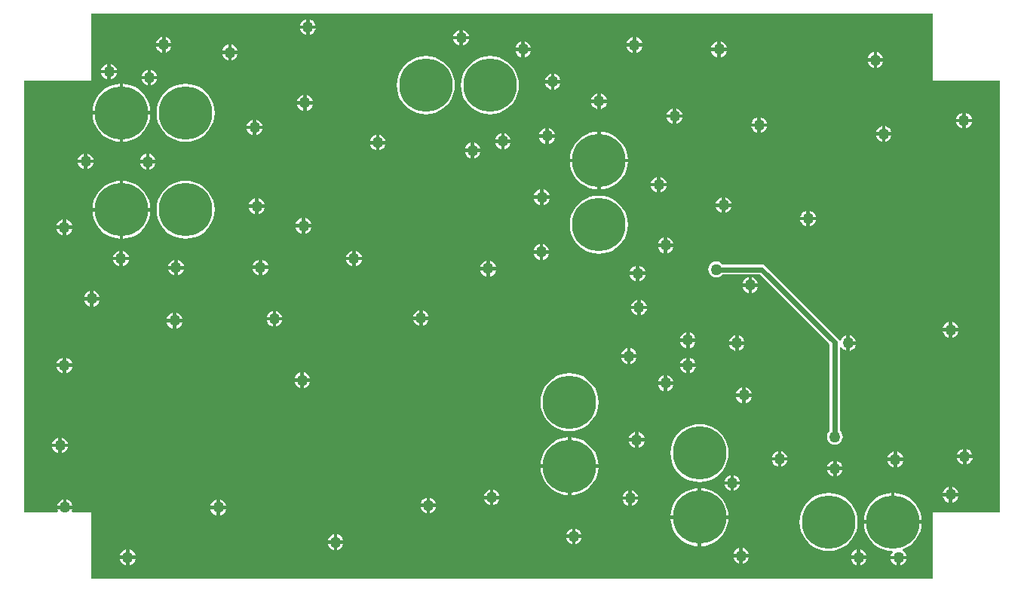
<source format=gbr>
%TF.GenerationSoftware,Altium Limited,Altium Designer,19.1.8 (144)*%
G04 Layer_Physical_Order=2*
G04 Layer_Color=16711680*
%FSLAX26Y26*%
%MOIN*%
%TF.FileFunction,Copper,L2,Bot,Signal*%
%TF.Part,Single*%
G01*
G75*
%TA.AperFunction,Conductor*%
%ADD25C,0.023622*%
%TA.AperFunction,ComponentPad*%
%ADD30C,0.236220*%
%TA.AperFunction,ViaPad*%
%ADD31C,0.050000*%
G36*
X4015748Y2204724D02*
X4311024D01*
Y295276D01*
X4015748D01*
Y0D01*
X295276D01*
Y295276D01*
X213221D01*
X210527Y300276D01*
X213233Y306808D01*
X213399Y308071D01*
X144869D01*
X145035Y306808D01*
X147741Y300276D01*
X145047Y295276D01*
X0D01*
Y2204724D01*
X295276D01*
Y2500000D01*
X4015748D01*
Y2204724D01*
D02*
G37*
%LPC*%
G36*
X1260827Y2475210D02*
Y2448819D01*
X1287218D01*
X1287052Y2450082D01*
X1283525Y2458596D01*
X1277915Y2465907D01*
X1270604Y2471517D01*
X1262090Y2475044D01*
X1260827Y2475210D01*
D02*
G37*
G36*
X1245079D02*
X1243816Y2475044D01*
X1235302Y2471517D01*
X1227991Y2465907D01*
X1222380Y2458596D01*
X1218854Y2450082D01*
X1218687Y2448819D01*
X1245079D01*
Y2475210D01*
D02*
G37*
G36*
X1287218Y2433071D02*
X1260827D01*
Y2406680D01*
X1262090Y2406846D01*
X1270604Y2410372D01*
X1277915Y2415983D01*
X1283525Y2423294D01*
X1287052Y2431808D01*
X1287218Y2433071D01*
D02*
G37*
G36*
X1245079D02*
X1218687D01*
X1218854Y2431808D01*
X1222380Y2423294D01*
X1227991Y2415983D01*
X1235302Y2410372D01*
X1243816Y2406846D01*
X1245079Y2406680D01*
Y2433071D01*
D02*
G37*
G36*
X1938976Y2427966D02*
Y2401575D01*
X1965368D01*
X1965201Y2402838D01*
X1961675Y2411352D01*
X1956065Y2418663D01*
X1948753Y2424273D01*
X1940239Y2427800D01*
X1938976Y2427966D01*
D02*
G37*
G36*
X1923228D02*
X1921966Y2427800D01*
X1913451Y2424273D01*
X1906140Y2418663D01*
X1900530Y2411352D01*
X1897003Y2402838D01*
X1896837Y2401575D01*
X1923228D01*
Y2427966D01*
D02*
G37*
G36*
X624016Y2397454D02*
Y2371063D01*
X650407D01*
X650241Y2372326D01*
X646714Y2380840D01*
X641104Y2388151D01*
X633793Y2393761D01*
X625279Y2397288D01*
X624016Y2397454D01*
D02*
G37*
G36*
X608268D02*
X607005Y2397288D01*
X598491Y2393761D01*
X591179Y2388151D01*
X585569Y2380840D01*
X582043Y2372326D01*
X581876Y2371063D01*
X608268D01*
Y2397454D01*
D02*
G37*
G36*
X2704724Y2396470D02*
Y2370079D01*
X2731116D01*
X2730950Y2371341D01*
X2727423Y2379856D01*
X2721813Y2387167D01*
X2714501Y2392777D01*
X2705987Y2396304D01*
X2704724Y2396470D01*
D02*
G37*
G36*
X2688976D02*
X2687714Y2396304D01*
X2679199Y2392777D01*
X2671888Y2387167D01*
X2666278Y2379856D01*
X2662751Y2371341D01*
X2662585Y2370079D01*
X2688976D01*
Y2396470D01*
D02*
G37*
G36*
X1965368Y2385827D02*
X1938976D01*
Y2359435D01*
X1940239Y2359602D01*
X1948753Y2363128D01*
X1956065Y2368738D01*
X1961675Y2376050D01*
X1965201Y2384564D01*
X1965368Y2385827D01*
D02*
G37*
G36*
X1923228D02*
X1896837D01*
X1897003Y2384564D01*
X1900530Y2376050D01*
X1906140Y2368738D01*
X1913451Y2363128D01*
X1921966Y2359602D01*
X1923228Y2359435D01*
Y2385827D01*
D02*
G37*
G36*
X3078740Y2376785D02*
Y2350394D01*
X3105132D01*
X3104965Y2351657D01*
X3101439Y2360171D01*
X3095829Y2367482D01*
X3088517Y2373092D01*
X3080003Y2376619D01*
X3078740Y2376785D01*
D02*
G37*
G36*
X3062992D02*
X3061729Y2376619D01*
X3053215Y2373092D01*
X3045904Y2367482D01*
X3040294Y2360171D01*
X3036767Y2351657D01*
X3036601Y2350394D01*
X3062992D01*
Y2376785D01*
D02*
G37*
G36*
X2212598D02*
Y2350394D01*
X2238990D01*
X2238823Y2351657D01*
X2235297Y2360171D01*
X2229687Y2367482D01*
X2222375Y2373092D01*
X2213861Y2376619D01*
X2212598Y2376785D01*
D02*
G37*
G36*
X2196850D02*
X2195588Y2376619D01*
X2187073Y2373092D01*
X2179762Y2367482D01*
X2174152Y2360171D01*
X2170625Y2351657D01*
X2170459Y2350394D01*
X2196850D01*
Y2376785D01*
D02*
G37*
G36*
X916339Y2363006D02*
Y2336614D01*
X942730D01*
X942564Y2337877D01*
X939037Y2346391D01*
X933427Y2353702D01*
X926116Y2359313D01*
X917601Y2362839D01*
X916339Y2363006D01*
D02*
G37*
G36*
X900591D02*
X899328Y2362839D01*
X890814Y2359313D01*
X883502Y2353702D01*
X877892Y2346391D01*
X874365Y2337877D01*
X874199Y2336614D01*
X900591D01*
Y2363006D01*
D02*
G37*
G36*
X650407Y2355315D02*
X624016D01*
Y2328924D01*
X625279Y2329090D01*
X633793Y2332617D01*
X641104Y2338227D01*
X646714Y2345538D01*
X650241Y2354052D01*
X650407Y2355315D01*
D02*
G37*
G36*
X608268D02*
X581876D01*
X582043Y2354052D01*
X585569Y2345538D01*
X591179Y2338227D01*
X598491Y2332617D01*
X607005Y2329090D01*
X608268Y2328924D01*
Y2355315D01*
D02*
G37*
G36*
X2731116Y2354331D02*
X2704724D01*
Y2327939D01*
X2705987Y2328106D01*
X2714501Y2331632D01*
X2721813Y2337242D01*
X2727423Y2344554D01*
X2730950Y2353068D01*
X2731116Y2354331D01*
D02*
G37*
G36*
X2688976D02*
X2662585D01*
X2662751Y2353068D01*
X2666278Y2344554D01*
X2671888Y2337242D01*
X2679199Y2331632D01*
X2687714Y2328106D01*
X2688976Y2327939D01*
Y2354331D01*
D02*
G37*
G36*
X3105132Y2334646D02*
X3078740D01*
Y2308254D01*
X3080003Y2308421D01*
X3088517Y2311947D01*
X3095829Y2317557D01*
X3101439Y2324869D01*
X3104965Y2333383D01*
X3105132Y2334646D01*
D02*
G37*
G36*
X3062992D02*
X3036601D01*
X3036767Y2333383D01*
X3040294Y2324869D01*
X3045904Y2317557D01*
X3053215Y2311947D01*
X3061729Y2308421D01*
X3062992Y2308254D01*
Y2334646D01*
D02*
G37*
G36*
X2238990D02*
X2212598D01*
Y2308254D01*
X2213861Y2308421D01*
X2222375Y2311947D01*
X2229687Y2317557D01*
X2235297Y2324869D01*
X2238823Y2333383D01*
X2238990Y2334646D01*
D02*
G37*
G36*
X2196850D02*
X2170459D01*
X2170625Y2333383D01*
X2174152Y2324869D01*
X2179762Y2317557D01*
X2187073Y2311947D01*
X2195588Y2308421D01*
X2196850Y2308254D01*
Y2334646D01*
D02*
G37*
G36*
X3769685Y2329541D02*
Y2303150D01*
X3796077D01*
X3795910Y2304412D01*
X3792383Y2312927D01*
X3786773Y2320238D01*
X3779462Y2325848D01*
X3770948Y2329375D01*
X3769685Y2329541D01*
D02*
G37*
G36*
X3753937D02*
X3752674Y2329375D01*
X3744160Y2325848D01*
X3736849Y2320238D01*
X3731239Y2312927D01*
X3727712Y2304412D01*
X3727546Y2303150D01*
X3753937D01*
Y2329541D01*
D02*
G37*
G36*
X942730Y2320866D02*
X916339D01*
Y2294475D01*
X917601Y2294641D01*
X926116Y2298168D01*
X933427Y2303778D01*
X939037Y2311089D01*
X942564Y2319603D01*
X942730Y2320866D01*
D02*
G37*
G36*
X900591D02*
X874199D01*
X874365Y2319603D01*
X877892Y2311089D01*
X883502Y2303778D01*
X890814Y2298168D01*
X899328Y2294641D01*
X900591Y2294475D01*
Y2320866D01*
D02*
G37*
G36*
X3796077Y2287402D02*
X3769685D01*
Y2261010D01*
X3770948Y2261177D01*
X3779462Y2264703D01*
X3786773Y2270313D01*
X3792383Y2277625D01*
X3795910Y2286139D01*
X3796077Y2287402D01*
D02*
G37*
G36*
X3753937D02*
X3727546D01*
X3727712Y2286139D01*
X3731239Y2277625D01*
X3736849Y2270313D01*
X3744160Y2264703D01*
X3752674Y2261177D01*
X3753937Y2261010D01*
Y2287402D01*
D02*
G37*
G36*
X381890Y2278360D02*
Y2251968D01*
X408281D01*
X408115Y2253231D01*
X404588Y2261745D01*
X398978Y2269057D01*
X391667Y2274667D01*
X383152Y2278194D01*
X381890Y2278360D01*
D02*
G37*
G36*
X366142D02*
X364879Y2278194D01*
X356365Y2274667D01*
X349053Y2269057D01*
X343443Y2261745D01*
X339917Y2253231D01*
X339750Y2251968D01*
X366142D01*
Y2278360D01*
D02*
G37*
G36*
X560039Y2251785D02*
Y2225394D01*
X586431D01*
X586264Y2226657D01*
X582738Y2235171D01*
X577128Y2242482D01*
X569816Y2248092D01*
X561302Y2251619D01*
X560039Y2251785D01*
D02*
G37*
G36*
X544291D02*
X543029Y2251619D01*
X534514Y2248092D01*
X527203Y2242482D01*
X521593Y2235171D01*
X518066Y2226657D01*
X517900Y2225394D01*
X544291D01*
Y2251785D01*
D02*
G37*
G36*
X408281Y2236220D02*
X381890D01*
Y2209829D01*
X383152Y2209995D01*
X391667Y2213522D01*
X398978Y2219132D01*
X404588Y2226443D01*
X408115Y2234958D01*
X408281Y2236220D01*
D02*
G37*
G36*
X366142D02*
X339750D01*
X339917Y2234958D01*
X343443Y2226443D01*
X349053Y2219132D01*
X356365Y2213522D01*
X364879Y2209995D01*
X366142Y2209829D01*
Y2236220D01*
D02*
G37*
G36*
X2343504Y2234068D02*
Y2207677D01*
X2369895D01*
X2369729Y2208940D01*
X2366202Y2217454D01*
X2360592Y2224765D01*
X2353281Y2230376D01*
X2344767Y2233902D01*
X2343504Y2234068D01*
D02*
G37*
G36*
X2327756D02*
X2326493Y2233902D01*
X2317979Y2230376D01*
X2310668Y2224765D01*
X2305057Y2217454D01*
X2301531Y2208940D01*
X2301365Y2207677D01*
X2327756D01*
Y2234068D01*
D02*
G37*
G36*
X586431Y2209646D02*
X560039D01*
Y2183254D01*
X561302Y2183421D01*
X569816Y2186947D01*
X577128Y2192557D01*
X582738Y2199869D01*
X586264Y2208383D01*
X586431Y2209646D01*
D02*
G37*
G36*
X544291D02*
X517900D01*
X518066Y2208383D01*
X521593Y2199869D01*
X527203Y2192557D01*
X534514Y2186947D01*
X543029Y2183421D01*
X544291Y2183254D01*
Y2209646D01*
D02*
G37*
G36*
X2369895Y2191929D02*
X2343504D01*
Y2165538D01*
X2344767Y2165704D01*
X2353281Y2169231D01*
X2360592Y2174841D01*
X2366202Y2182152D01*
X2369729Y2190666D01*
X2369895Y2191929D01*
D02*
G37*
G36*
X2327756D02*
X2301365D01*
X2301531Y2190666D01*
X2305057Y2182152D01*
X2310668Y2174841D01*
X2317979Y2169231D01*
X2326493Y2165704D01*
X2327756Y2165538D01*
Y2191929D01*
D02*
G37*
G36*
X2548228Y2147454D02*
Y2121063D01*
X2574620D01*
X2574454Y2122326D01*
X2570927Y2130840D01*
X2565317Y2138151D01*
X2558005Y2143761D01*
X2549491Y2147288D01*
X2548228Y2147454D01*
D02*
G37*
G36*
X2532480D02*
X2531218Y2147288D01*
X2522703Y2143761D01*
X2515392Y2138151D01*
X2509782Y2130840D01*
X2506255Y2122326D01*
X2506089Y2121063D01*
X2532480D01*
Y2147454D01*
D02*
G37*
G36*
X1248032Y2140565D02*
Y2114173D01*
X1274423D01*
X1274257Y2115436D01*
X1270730Y2123950D01*
X1265120Y2131262D01*
X1257809Y2136872D01*
X1249294Y2140398D01*
X1248032Y2140565D01*
D02*
G37*
G36*
X1232284D02*
X1231021Y2140398D01*
X1222506Y2136872D01*
X1215195Y2131262D01*
X1209585Y2123950D01*
X1206058Y2115436D01*
X1205892Y2114173D01*
X1232284D01*
Y2140565D01*
D02*
G37*
G36*
X2574620Y2105315D02*
X2548228D01*
Y2078924D01*
X2549491Y2079090D01*
X2558005Y2082617D01*
X2565317Y2088227D01*
X2570927Y2095538D01*
X2574454Y2104052D01*
X2574620Y2105315D01*
D02*
G37*
G36*
X2532480D02*
X2506089D01*
X2506255Y2104052D01*
X2509782Y2095538D01*
X2515392Y2088227D01*
X2522703Y2082617D01*
X2531218Y2079090D01*
X2532480Y2078924D01*
Y2105315D01*
D02*
G37*
G36*
X1274423Y2098425D02*
X1248032D01*
Y2072034D01*
X1249294Y2072200D01*
X1257809Y2075727D01*
X1265120Y2081337D01*
X1270730Y2088648D01*
X1274257Y2097162D01*
X1274423Y2098425D01*
D02*
G37*
G36*
X1232284D02*
X1205892D01*
X1206058Y2097162D01*
X1209585Y2088648D01*
X1215195Y2081337D01*
X1222506Y2075727D01*
X1231021Y2072200D01*
X1232284Y2072034D01*
Y2098425D01*
D02*
G37*
G36*
X437008Y2189894D02*
Y2069882D01*
X557020D01*
X556058Y2082111D01*
X551351Y2101718D01*
X543634Y2120349D01*
X533098Y2137542D01*
X520002Y2152876D01*
X504668Y2165972D01*
X487474Y2176508D01*
X468844Y2184225D01*
X449237Y2188932D01*
X437008Y2189894D01*
D02*
G37*
G36*
X421260D02*
X409031Y2188932D01*
X389423Y2184225D01*
X370793Y2176508D01*
X353600Y2165972D01*
X338266Y2152876D01*
X325170Y2137542D01*
X314634Y2120349D01*
X306917Y2101718D01*
X302210Y2082111D01*
X301247Y2069882D01*
X421260D01*
Y2189894D01*
D02*
G37*
G36*
X2058071Y2312561D02*
X2037968Y2310979D01*
X2018360Y2306272D01*
X1999730Y2298555D01*
X1982537Y2288019D01*
X1967203Y2274923D01*
X1954107Y2259589D01*
X1943571Y2242396D01*
X1935854Y2223766D01*
X1931147Y2204158D01*
X1929565Y2184055D01*
X1931147Y2163952D01*
X1935854Y2144345D01*
X1943571Y2125715D01*
X1954107Y2108521D01*
X1967203Y2093187D01*
X1982537Y2080091D01*
X1999730Y2069555D01*
X2018360Y2061838D01*
X2037968Y2057131D01*
X2058071Y2055549D01*
X2078174Y2057131D01*
X2097782Y2061838D01*
X2116412Y2069555D01*
X2133605Y2080091D01*
X2148939Y2093187D01*
X2162035Y2108521D01*
X2172571Y2125715D01*
X2180288Y2144345D01*
X2184995Y2163952D01*
X2186577Y2184055D01*
X2184995Y2204158D01*
X2180288Y2223766D01*
X2172571Y2242396D01*
X2162035Y2259589D01*
X2148939Y2274923D01*
X2133605Y2288019D01*
X2116412Y2298555D01*
X2097782Y2306272D01*
X2078174Y2310979D01*
X2058071Y2312561D01*
D02*
G37*
G36*
X1774606D02*
X1754504Y2310979D01*
X1734896Y2306272D01*
X1716266Y2298555D01*
X1699072Y2288019D01*
X1683739Y2274923D01*
X1670642Y2259589D01*
X1660106Y2242396D01*
X1652389Y2223766D01*
X1647682Y2204158D01*
X1646100Y2184055D01*
X1647682Y2163952D01*
X1652389Y2144345D01*
X1660106Y2125715D01*
X1670642Y2108521D01*
X1683739Y2093187D01*
X1699072Y2080091D01*
X1716266Y2069555D01*
X1734896Y2061838D01*
X1754504Y2057131D01*
X1774606Y2055549D01*
X1794709Y2057131D01*
X1814317Y2061838D01*
X1832947Y2069555D01*
X1850140Y2080091D01*
X1865474Y2093187D01*
X1878570Y2108521D01*
X1889106Y2125715D01*
X1896823Y2144345D01*
X1901531Y2163952D01*
X1903113Y2184055D01*
X1901531Y2204158D01*
X1896823Y2223766D01*
X1889106Y2242396D01*
X1878570Y2259589D01*
X1865474Y2274923D01*
X1850140Y2288019D01*
X1832947Y2298555D01*
X1814317Y2306272D01*
X1794709Y2310979D01*
X1774606Y2312561D01*
D02*
G37*
G36*
X2881890Y2081510D02*
Y2055118D01*
X2908281D01*
X2908115Y2056381D01*
X2904588Y2064895D01*
X2898978Y2072206D01*
X2891667Y2077816D01*
X2883153Y2081343D01*
X2881890Y2081510D01*
D02*
G37*
G36*
X2866142D02*
X2864879Y2081343D01*
X2856365Y2077816D01*
X2849053Y2072206D01*
X2843443Y2064895D01*
X2839917Y2056381D01*
X2839750Y2055118D01*
X2866142D01*
Y2081510D01*
D02*
G37*
G36*
X4161417Y2061825D02*
Y2035433D01*
X4187809D01*
X4187642Y2036696D01*
X4184116Y2045210D01*
X4178506Y2052521D01*
X4171194Y2058131D01*
X4162680Y2061658D01*
X4161417Y2061825D01*
D02*
G37*
G36*
X4145669D02*
X4144407Y2061658D01*
X4135892Y2058131D01*
X4128581Y2052521D01*
X4122971Y2045210D01*
X4119444Y2036696D01*
X4119278Y2035433D01*
X4145669D01*
Y2061825D01*
D02*
G37*
G36*
X3255905Y2042139D02*
Y2015748D01*
X3282297D01*
X3282131Y2017011D01*
X3278604Y2025525D01*
X3272994Y2032836D01*
X3265682Y2038446D01*
X3257168Y2041973D01*
X3255905Y2042139D01*
D02*
G37*
G36*
X3240157D02*
X3238895Y2041973D01*
X3230381Y2038446D01*
X3223069Y2032836D01*
X3217459Y2025525D01*
X3213932Y2017011D01*
X3213766Y2015748D01*
X3240157D01*
Y2042139D01*
D02*
G37*
G36*
X2908281Y2039370D02*
X2881890D01*
Y2012979D01*
X2883153Y2013145D01*
X2891667Y2016672D01*
X2898978Y2022282D01*
X2904588Y2029593D01*
X2908115Y2038107D01*
X2908281Y2039370D01*
D02*
G37*
G36*
X2866142D02*
X2839750D01*
X2839917Y2038107D01*
X2843443Y2029593D01*
X2849053Y2022282D01*
X2856365Y2016672D01*
X2864879Y2013145D01*
X2866142Y2012979D01*
Y2039370D01*
D02*
G37*
G36*
X1025591Y2031313D02*
Y2004921D01*
X1051982D01*
X1051816Y2006184D01*
X1048289Y2014698D01*
X1042679Y2022009D01*
X1035368Y2027620D01*
X1026853Y2031146D01*
X1025591Y2031313D01*
D02*
G37*
G36*
X1009843D02*
X1008580Y2031146D01*
X1000066Y2027620D01*
X992754Y2022009D01*
X987144Y2014698D01*
X983617Y2006184D01*
X983451Y2004921D01*
X1009843D01*
Y2031313D01*
D02*
G37*
G36*
X4187809Y2019685D02*
X4161417D01*
Y1993294D01*
X4162680Y1993460D01*
X4171194Y1996987D01*
X4178506Y2002597D01*
X4184116Y2009908D01*
X4187642Y2018422D01*
X4187809Y2019685D01*
D02*
G37*
G36*
X4145669D02*
X4119278D01*
X4119444Y2018422D01*
X4122971Y2009908D01*
X4128581Y2002597D01*
X4135892Y1996987D01*
X4144407Y1993460D01*
X4145669Y1993294D01*
Y2019685D01*
D02*
G37*
G36*
X3807087Y2002769D02*
Y1976378D01*
X3833478D01*
X3833312Y1977641D01*
X3829785Y1986155D01*
X3824175Y1993466D01*
X3816864Y1999076D01*
X3808349Y2002603D01*
X3807087Y2002769D01*
D02*
G37*
G36*
X3791339D02*
X3790076Y2002603D01*
X3781562Y1999076D01*
X3774250Y1993466D01*
X3768640Y1986155D01*
X3765113Y1977641D01*
X3764947Y1976378D01*
X3791339D01*
Y2002769D01*
D02*
G37*
G36*
X3282297Y2000000D02*
X3255905D01*
Y1973609D01*
X3257168Y1973775D01*
X3265682Y1977302D01*
X3272994Y1982912D01*
X3278604Y1990223D01*
X3282131Y1998737D01*
X3282297Y2000000D01*
D02*
G37*
G36*
X3240157D02*
X3213766D01*
X3213932Y1998737D01*
X3217459Y1990223D01*
X3223069Y1982912D01*
X3230381Y1977302D01*
X3238895Y1973775D01*
X3240157Y1973609D01*
Y2000000D01*
D02*
G37*
G36*
X2318898Y1993911D02*
Y1967520D01*
X2345289D01*
X2345123Y1968783D01*
X2341596Y1977297D01*
X2335986Y1984608D01*
X2328675Y1990218D01*
X2320160Y1993745D01*
X2318898Y1993911D01*
D02*
G37*
G36*
X2303150D02*
X2301887Y1993745D01*
X2293373Y1990218D01*
X2286061Y1984608D01*
X2280451Y1977297D01*
X2276925Y1968783D01*
X2276758Y1967520D01*
X2303150D01*
Y1993911D01*
D02*
G37*
G36*
X1051982Y1989173D02*
X1025591D01*
Y1962782D01*
X1026853Y1962948D01*
X1035368Y1966475D01*
X1042679Y1972085D01*
X1048289Y1979396D01*
X1051816Y1987910D01*
X1051982Y1989173D01*
D02*
G37*
G36*
X1009843D02*
X983451D01*
X983617Y1987910D01*
X987144Y1979396D01*
X992754Y1972085D01*
X1000066Y1966475D01*
X1008580Y1962948D01*
X1009843Y1962782D01*
Y1989173D01*
D02*
G37*
G36*
X2123032Y1970289D02*
Y1943898D01*
X2149423D01*
X2149257Y1945160D01*
X2145730Y1953675D01*
X2140120Y1960986D01*
X2132809Y1966596D01*
X2124294Y1970123D01*
X2123032Y1970289D01*
D02*
G37*
G36*
X2107284D02*
X2106021Y1970123D01*
X2097506Y1966596D01*
X2090195Y1960986D01*
X2084585Y1953675D01*
X2081058Y1945160D01*
X2080892Y1943898D01*
X2107284D01*
Y1970289D01*
D02*
G37*
G36*
X1569882Y1964383D02*
Y1937992D01*
X1596273D01*
X1596107Y1939255D01*
X1592580Y1947769D01*
X1586970Y1955080D01*
X1579659Y1960690D01*
X1571145Y1964217D01*
X1569882Y1964383D01*
D02*
G37*
G36*
X1554134D02*
X1552871Y1964217D01*
X1544357Y1960690D01*
X1537046Y1955080D01*
X1531436Y1947769D01*
X1527909Y1939255D01*
X1527743Y1937992D01*
X1554134D01*
Y1964383D01*
D02*
G37*
G36*
X3833478Y1960630D02*
X3807087D01*
Y1934238D01*
X3808349Y1934405D01*
X3816864Y1937931D01*
X3824175Y1943542D01*
X3829785Y1950853D01*
X3833312Y1959367D01*
X3833478Y1960630D01*
D02*
G37*
G36*
X3791339D02*
X3764947D01*
X3765113Y1959367D01*
X3768640Y1950853D01*
X3774250Y1943542D01*
X3781562Y1937931D01*
X3790076Y1934405D01*
X3791339Y1934238D01*
Y1960630D01*
D02*
G37*
G36*
X421260Y2054134D02*
X301247D01*
X302210Y2041905D01*
X306917Y2022297D01*
X314634Y2003667D01*
X325170Y1986474D01*
X338266Y1971140D01*
X353600Y1958044D01*
X370793Y1947508D01*
X389423Y1939791D01*
X409031Y1935084D01*
X421260Y1934121D01*
Y2054134D01*
D02*
G37*
G36*
X557020D02*
X437008D01*
Y1934121D01*
X449237Y1935084D01*
X468844Y1939791D01*
X487474Y1947508D01*
X504668Y1958044D01*
X520002Y1971140D01*
X533098Y1986474D01*
X543634Y2003667D01*
X551351Y2022297D01*
X556058Y2041905D01*
X557020Y2054134D01*
D02*
G37*
G36*
X712598Y2190514D02*
X692496Y2188932D01*
X672888Y2184225D01*
X654258Y2176508D01*
X637064Y2165972D01*
X621731Y2152876D01*
X608635Y2137542D01*
X598098Y2120349D01*
X590382Y2101718D01*
X585674Y2082111D01*
X584092Y2062008D01*
X585674Y2041905D01*
X590382Y2022297D01*
X598098Y2003667D01*
X608635Y1986474D01*
X621731Y1971140D01*
X637064Y1958044D01*
X654258Y1947508D01*
X672888Y1939791D01*
X692496Y1935084D01*
X712598Y1933502D01*
X732701Y1935084D01*
X752309Y1939791D01*
X770939Y1947508D01*
X788133Y1958044D01*
X803466Y1971140D01*
X816562Y1986474D01*
X827098Y2003667D01*
X834815Y2022297D01*
X839523Y2041905D01*
X841105Y2062008D01*
X839523Y2082111D01*
X834815Y2101718D01*
X827098Y2120349D01*
X816562Y2137542D01*
X803466Y2152876D01*
X788133Y2165972D01*
X770939Y2176508D01*
X752309Y2184225D01*
X732701Y2188932D01*
X712598Y2190514D01*
D02*
G37*
G36*
X2345289Y1951772D02*
X2318898D01*
Y1925380D01*
X2320160Y1925547D01*
X2328675Y1929073D01*
X2335986Y1934683D01*
X2341596Y1941995D01*
X2345123Y1950509D01*
X2345289Y1951772D01*
D02*
G37*
G36*
X2303150D02*
X2276758D01*
X2276925Y1950509D01*
X2280451Y1941995D01*
X2286061Y1934683D01*
X2293373Y1929073D01*
X2301887Y1925547D01*
X2303150Y1925380D01*
Y1951772D01*
D02*
G37*
G36*
X1989173Y1929935D02*
Y1903543D01*
X2015565D01*
X2015398Y1904806D01*
X2011872Y1913320D01*
X2006262Y1920632D01*
X1998950Y1926242D01*
X1990436Y1929768D01*
X1989173Y1929935D01*
D02*
G37*
G36*
X1973425D02*
X1972162Y1929768D01*
X1963648Y1926242D01*
X1956337Y1920632D01*
X1950727Y1913320D01*
X1947200Y1904806D01*
X1947034Y1903543D01*
X1973425D01*
Y1929935D01*
D02*
G37*
G36*
X2149423Y1928150D02*
X2123032D01*
Y1901758D01*
X2124294Y1901925D01*
X2132809Y1905451D01*
X2140120Y1911061D01*
X2145730Y1918373D01*
X2149257Y1926887D01*
X2149423Y1928150D01*
D02*
G37*
G36*
X2107284D02*
X2080892D01*
X2081058Y1926887D01*
X2084585Y1918373D01*
X2090195Y1911061D01*
X2097506Y1905451D01*
X2106021Y1901925D01*
X2107284Y1901758D01*
Y1928150D01*
D02*
G37*
G36*
X1596273Y1922244D02*
X1569882D01*
Y1895853D01*
X1571145Y1896019D01*
X1579659Y1899546D01*
X1586970Y1905156D01*
X1592580Y1912467D01*
X1596107Y1920981D01*
X1596273Y1922244D01*
D02*
G37*
G36*
X1554134D02*
X1527743D01*
X1527909Y1920981D01*
X1531436Y1912467D01*
X1537046Y1905156D01*
X1544357Y1899546D01*
X1552871Y1896019D01*
X1554134Y1895853D01*
Y1922244D01*
D02*
G37*
G36*
X2015565Y1887795D02*
X1989173D01*
Y1861404D01*
X1990436Y1861570D01*
X1998950Y1865097D01*
X2006262Y1870707D01*
X2011872Y1878018D01*
X2015398Y1886533D01*
X2015565Y1887795D01*
D02*
G37*
G36*
X1973425D02*
X1947034D01*
X1947200Y1886533D01*
X1950727Y1878018D01*
X1956337Y1870707D01*
X1963648Y1865097D01*
X1972162Y1861570D01*
X1973425Y1861404D01*
Y1887795D01*
D02*
G37*
G36*
X2547244Y1978280D02*
Y1858267D01*
X2667257D01*
X2666294Y1870496D01*
X2661587Y1890104D01*
X2653870Y1908734D01*
X2643334Y1925928D01*
X2630238Y1941261D01*
X2614904Y1954358D01*
X2597711Y1964894D01*
X2579081Y1972611D01*
X2559473Y1977318D01*
X2547244Y1978280D01*
D02*
G37*
G36*
X2531496D02*
X2519267Y1977318D01*
X2499660Y1972611D01*
X2481030Y1964894D01*
X2463836Y1954358D01*
X2448502Y1941261D01*
X2435406Y1925928D01*
X2424870Y1908734D01*
X2417153Y1890104D01*
X2412446Y1870496D01*
X2411483Y1858267D01*
X2531496D01*
Y1978280D01*
D02*
G37*
G36*
X278543Y1881706D02*
Y1855315D01*
X304935D01*
X304768Y1856578D01*
X301242Y1865092D01*
X295632Y1872403D01*
X288320Y1878013D01*
X279806Y1881540D01*
X278543Y1881706D01*
D02*
G37*
G36*
X262795D02*
X261533Y1881540D01*
X253018Y1878013D01*
X245707Y1872403D01*
X240097Y1865092D01*
X236570Y1856578D01*
X236404Y1855315D01*
X262795D01*
Y1881706D01*
D02*
G37*
G36*
X553150Y1879738D02*
Y1853346D01*
X579541D01*
X579375Y1854609D01*
X575848Y1863123D01*
X570238Y1870435D01*
X562927Y1876045D01*
X554412Y1879572D01*
X553150Y1879738D01*
D02*
G37*
G36*
X537402D02*
X536139Y1879572D01*
X527625Y1876045D01*
X520313Y1870435D01*
X514703Y1863123D01*
X511176Y1854609D01*
X511010Y1853346D01*
X537402D01*
Y1879738D01*
D02*
G37*
G36*
X304935Y1839567D02*
X278543D01*
Y1813176D01*
X279806Y1813342D01*
X288320Y1816869D01*
X295632Y1822479D01*
X301242Y1829790D01*
X304768Y1838304D01*
X304935Y1839567D01*
D02*
G37*
G36*
X262795D02*
X236404D01*
X236570Y1838304D01*
X240097Y1829790D01*
X245707Y1822479D01*
X253018Y1816869D01*
X261533Y1813342D01*
X262795Y1813176D01*
Y1839567D01*
D02*
G37*
G36*
X579541Y1837598D02*
X553150D01*
Y1811207D01*
X554412Y1811373D01*
X562927Y1814900D01*
X570238Y1820510D01*
X575848Y1827821D01*
X579375Y1836336D01*
X579541Y1837598D01*
D02*
G37*
G36*
X537402D02*
X511010D01*
X511176Y1836336D01*
X514703Y1827821D01*
X520313Y1820510D01*
X527625Y1814900D01*
X536139Y1811373D01*
X537402Y1811207D01*
Y1837598D01*
D02*
G37*
G36*
X2812008Y1778360D02*
Y1751968D01*
X2838399D01*
X2838233Y1753231D01*
X2834706Y1761745D01*
X2829096Y1769057D01*
X2821785Y1774667D01*
X2813271Y1778194D01*
X2812008Y1778360D01*
D02*
G37*
G36*
X2796260D02*
X2794997Y1778194D01*
X2786483Y1774667D01*
X2779172Y1769057D01*
X2773561Y1761745D01*
X2770035Y1753231D01*
X2769869Y1751968D01*
X2796260D01*
Y1778360D01*
D02*
G37*
G36*
X2667257Y1842520D02*
X2547244D01*
Y1722507D01*
X2559473Y1723469D01*
X2579081Y1728177D01*
X2597711Y1735894D01*
X2614904Y1746430D01*
X2630238Y1759526D01*
X2643334Y1774860D01*
X2653870Y1792053D01*
X2661587Y1810683D01*
X2666294Y1830291D01*
X2667257Y1842520D01*
D02*
G37*
G36*
X2531496D02*
X2411483D01*
X2412446Y1830291D01*
X2417153Y1810683D01*
X2424870Y1792053D01*
X2435406Y1774860D01*
X2448502Y1759526D01*
X2463836Y1746430D01*
X2481030Y1735894D01*
X2499660Y1728177D01*
X2519267Y1723469D01*
X2531496Y1722507D01*
Y1842520D01*
D02*
G37*
G36*
X2838399Y1736220D02*
X2812008D01*
Y1709829D01*
X2813271Y1709995D01*
X2821785Y1713522D01*
X2829096Y1719132D01*
X2834706Y1726444D01*
X2838233Y1734958D01*
X2838399Y1736220D01*
D02*
G37*
G36*
X2796260D02*
X2769869D01*
X2770035Y1734958D01*
X2773561Y1726444D01*
X2779172Y1719132D01*
X2786483Y1713522D01*
X2794997Y1709995D01*
X2796260Y1709829D01*
Y1736220D01*
D02*
G37*
G36*
X2295276Y1723242D02*
Y1696850D01*
X2321667D01*
X2321501Y1698113D01*
X2317974Y1706627D01*
X2312364Y1713939D01*
X2305053Y1719549D01*
X2296538Y1723075D01*
X2295276Y1723242D01*
D02*
G37*
G36*
X2279528D02*
X2278265Y1723075D01*
X2269751Y1719549D01*
X2262439Y1713939D01*
X2256829Y1706627D01*
X2253302Y1698113D01*
X2253136Y1696850D01*
X2279528D01*
Y1723242D01*
D02*
G37*
G36*
X3098425Y1687809D02*
Y1661417D01*
X3124817D01*
X3124650Y1662680D01*
X3121124Y1671194D01*
X3115514Y1678506D01*
X3108202Y1684116D01*
X3099688Y1687642D01*
X3098425Y1687809D01*
D02*
G37*
G36*
X3082677D02*
X3081414Y1687642D01*
X3072900Y1684116D01*
X3065589Y1678506D01*
X3059979Y1671194D01*
X3056452Y1662680D01*
X3056286Y1661417D01*
X3082677D01*
Y1687809D01*
D02*
G37*
G36*
X1035433Y1682887D02*
Y1656496D01*
X1061824D01*
X1061658Y1657759D01*
X1058131Y1666273D01*
X1052521Y1673584D01*
X1045210Y1679194D01*
X1036696Y1682721D01*
X1035433Y1682887D01*
D02*
G37*
G36*
X1019685D02*
X1018422Y1682721D01*
X1009908Y1679194D01*
X1002597Y1673584D01*
X996987Y1666273D01*
X993460Y1657759D01*
X993294Y1656496D01*
X1019685D01*
Y1682887D01*
D02*
G37*
G36*
X2321667Y1681102D02*
X2295276D01*
Y1654711D01*
X2296538Y1654877D01*
X2305053Y1658404D01*
X2312364Y1664014D01*
X2317974Y1671325D01*
X2321501Y1679840D01*
X2321667Y1681102D01*
D02*
G37*
G36*
X2279528D02*
X2253136D01*
X2253302Y1679840D01*
X2256829Y1671325D01*
X2262439Y1664014D01*
X2269751Y1658404D01*
X2278265Y1654877D01*
X2279528Y1654711D01*
Y1681102D01*
D02*
G37*
G36*
X437008Y1760761D02*
Y1640748D01*
X557020D01*
X556058Y1652977D01*
X551351Y1672585D01*
X543634Y1691215D01*
X533098Y1708408D01*
X520002Y1723742D01*
X504668Y1736838D01*
X487474Y1747374D01*
X468844Y1755091D01*
X449237Y1759798D01*
X437008Y1760761D01*
D02*
G37*
G36*
X421260D02*
X409031Y1759798D01*
X389423Y1755091D01*
X370793Y1747374D01*
X353600Y1736838D01*
X338266Y1723742D01*
X325170Y1708408D01*
X314634Y1691215D01*
X306917Y1672585D01*
X302210Y1652977D01*
X301247Y1640748D01*
X421260D01*
Y1760761D01*
D02*
G37*
G36*
X3124817Y1645669D02*
X3098425D01*
Y1619278D01*
X3099688Y1619444D01*
X3108202Y1622971D01*
X3115514Y1628581D01*
X3121124Y1635892D01*
X3124650Y1644407D01*
X3124817Y1645669D01*
D02*
G37*
G36*
X3082677D02*
X3056286D01*
X3056452Y1644407D01*
X3059979Y1635892D01*
X3065589Y1628581D01*
X3072900Y1622971D01*
X3081414Y1619444D01*
X3082677Y1619278D01*
Y1645669D01*
D02*
G37*
G36*
X1061824Y1640748D02*
X1035433D01*
Y1614357D01*
X1036696Y1614523D01*
X1045210Y1618050D01*
X1052521Y1623660D01*
X1058131Y1630971D01*
X1061658Y1639485D01*
X1061824Y1640748D01*
D02*
G37*
G36*
X1019685D02*
X993294D01*
X993460Y1639485D01*
X996987Y1630971D01*
X1002597Y1623660D01*
X1009908Y1618050D01*
X1018422Y1614523D01*
X1019685Y1614357D01*
Y1640748D01*
D02*
G37*
G36*
X3472441Y1628754D02*
Y1602362D01*
X3498832D01*
X3498666Y1603625D01*
X3495139Y1612139D01*
X3489529Y1619450D01*
X3482218Y1625061D01*
X3473704Y1628587D01*
X3472441Y1628754D01*
D02*
G37*
G36*
X3456693D02*
X3455430Y1628587D01*
X3446916Y1625061D01*
X3439605Y1619450D01*
X3433994Y1612139D01*
X3430468Y1603625D01*
X3430302Y1602362D01*
X3456693D01*
Y1628754D01*
D02*
G37*
G36*
X1242126Y1596273D02*
Y1569882D01*
X1268517D01*
X1268351Y1571145D01*
X1264824Y1579659D01*
X1259214Y1586970D01*
X1251903Y1592580D01*
X1243389Y1596107D01*
X1242126Y1596273D01*
D02*
G37*
G36*
X1226378D02*
X1225115Y1596107D01*
X1216601Y1592580D01*
X1209290Y1586970D01*
X1203680Y1579659D01*
X1200153Y1571145D01*
X1199987Y1569882D01*
X1226378D01*
Y1596273D01*
D02*
G37*
G36*
X185039Y1589383D02*
Y1562992D01*
X211431D01*
X211264Y1564255D01*
X207738Y1572769D01*
X202128Y1580080D01*
X194816Y1585690D01*
X186302Y1589217D01*
X185039Y1589383D01*
D02*
G37*
G36*
X169291D02*
X168029Y1589217D01*
X159514Y1585690D01*
X152203Y1580080D01*
X146593Y1572769D01*
X143066Y1564255D01*
X142900Y1562992D01*
X169291D01*
Y1589383D01*
D02*
G37*
G36*
X3498832Y1586614D02*
X3472441D01*
Y1560223D01*
X3473704Y1560389D01*
X3482218Y1563916D01*
X3489529Y1569526D01*
X3495139Y1576837D01*
X3498666Y1585351D01*
X3498832Y1586614D01*
D02*
G37*
G36*
X3456693D02*
X3430302D01*
X3430468Y1585351D01*
X3433994Y1576837D01*
X3439605Y1569526D01*
X3446916Y1563916D01*
X3455430Y1560389D01*
X3456693Y1560223D01*
Y1586614D01*
D02*
G37*
G36*
X1268517Y1554134D02*
X1242126D01*
Y1527743D01*
X1243389Y1527909D01*
X1251903Y1531436D01*
X1259214Y1537046D01*
X1264824Y1544357D01*
X1268351Y1552871D01*
X1268517Y1554134D01*
D02*
G37*
G36*
X1226378D02*
X1199987D01*
X1200153Y1552871D01*
X1203680Y1544357D01*
X1209290Y1537046D01*
X1216601Y1531436D01*
X1225115Y1527909D01*
X1226378Y1527743D01*
Y1554134D01*
D02*
G37*
G36*
X211431Y1547244D02*
X185039D01*
Y1520853D01*
X186302Y1521019D01*
X194816Y1524546D01*
X202128Y1530156D01*
X207738Y1537467D01*
X211264Y1545981D01*
X211431Y1547244D01*
D02*
G37*
G36*
X169291D02*
X142900D01*
X143066Y1545981D01*
X146593Y1537467D01*
X152203Y1530156D01*
X159514Y1524546D01*
X168029Y1521019D01*
X169291Y1520853D01*
Y1547244D01*
D02*
G37*
G36*
X557020Y1625000D02*
X437008D01*
Y1504987D01*
X449237Y1505950D01*
X468844Y1510657D01*
X487474Y1518374D01*
X504668Y1528910D01*
X520002Y1542006D01*
X533098Y1557340D01*
X543634Y1574533D01*
X551351Y1593163D01*
X556058Y1612771D01*
X557020Y1625000D01*
D02*
G37*
G36*
X421260D02*
X301247D01*
X302210Y1612771D01*
X306917Y1593163D01*
X314634Y1574533D01*
X325170Y1557340D01*
X338266Y1542006D01*
X353600Y1528910D01*
X370793Y1518374D01*
X389423Y1510657D01*
X409031Y1505950D01*
X421260Y1504987D01*
Y1625000D01*
D02*
G37*
G36*
X712598Y1761380D02*
X692496Y1759798D01*
X672888Y1755091D01*
X654258Y1747374D01*
X637064Y1736838D01*
X621731Y1723742D01*
X608635Y1708408D01*
X598098Y1691215D01*
X590382Y1672585D01*
X585674Y1652977D01*
X584092Y1632874D01*
X585674Y1612771D01*
X590382Y1593163D01*
X598098Y1574533D01*
X608635Y1557340D01*
X621731Y1542006D01*
X637064Y1528910D01*
X654258Y1518374D01*
X672888Y1510657D01*
X692496Y1505950D01*
X712598Y1504368D01*
X732701Y1505950D01*
X752309Y1510657D01*
X770939Y1518374D01*
X788133Y1528910D01*
X803466Y1542006D01*
X816562Y1557340D01*
X827098Y1574533D01*
X834815Y1593163D01*
X839523Y1612771D01*
X841105Y1632874D01*
X839523Y1652977D01*
X834815Y1672585D01*
X827098Y1691215D01*
X816562Y1708408D01*
X803466Y1723742D01*
X788133Y1736838D01*
X770939Y1747374D01*
X752309Y1755091D01*
X732701Y1759798D01*
X712598Y1761380D01*
D02*
G37*
G36*
X2842520Y1510643D02*
Y1484252D01*
X2868911D01*
X2868745Y1485515D01*
X2865218Y1494029D01*
X2859608Y1501340D01*
X2852297Y1506950D01*
X2843782Y1510477D01*
X2842520Y1510643D01*
D02*
G37*
G36*
X2826772D02*
X2825509Y1510477D01*
X2816995Y1506950D01*
X2809683Y1501340D01*
X2804073Y1494029D01*
X2800547Y1485515D01*
X2800380Y1484252D01*
X2826772D01*
Y1510643D01*
D02*
G37*
G36*
X2293307Y1480131D02*
Y1453740D01*
X2319698D01*
X2319532Y1455003D01*
X2316006Y1463517D01*
X2310395Y1470828D01*
X2303084Y1476438D01*
X2294570Y1479965D01*
X2293307Y1480131D01*
D02*
G37*
G36*
X2277559D02*
X2276296Y1479965D01*
X2267782Y1476438D01*
X2260471Y1470828D01*
X2254861Y1463517D01*
X2251334Y1455003D01*
X2251168Y1453740D01*
X2277559D01*
Y1480131D01*
D02*
G37*
G36*
X2868911Y1468504D02*
X2842520D01*
Y1442113D01*
X2843782Y1442279D01*
X2852297Y1445806D01*
X2859608Y1451416D01*
X2865218Y1458727D01*
X2868745Y1467241D01*
X2868911Y1468504D01*
D02*
G37*
G36*
X2826772D02*
X2800380D01*
X2800547Y1467241D01*
X2804073Y1458727D01*
X2809683Y1451416D01*
X2816995Y1445806D01*
X2825509Y1442279D01*
X2826772Y1442113D01*
Y1468504D01*
D02*
G37*
G36*
X2539370Y1695435D02*
X2519267Y1693853D01*
X2499660Y1689146D01*
X2481030Y1681429D01*
X2463836Y1670893D01*
X2448502Y1657797D01*
X2435406Y1642463D01*
X2424870Y1625270D01*
X2417153Y1606640D01*
X2412446Y1587032D01*
X2410864Y1566929D01*
X2412446Y1546826D01*
X2417153Y1527218D01*
X2424870Y1508589D01*
X2435406Y1491395D01*
X2448502Y1476061D01*
X2463836Y1462965D01*
X2481030Y1452429D01*
X2499660Y1444712D01*
X2519267Y1440005D01*
X2539370Y1438423D01*
X2559473Y1440005D01*
X2579081Y1444712D01*
X2597711Y1452429D01*
X2614904Y1462965D01*
X2630238Y1476061D01*
X2643334Y1491395D01*
X2653870Y1508589D01*
X2661587Y1527218D01*
X2666294Y1546826D01*
X2667876Y1566929D01*
X2666294Y1587032D01*
X2661587Y1606640D01*
X2653870Y1625270D01*
X2643334Y1642463D01*
X2630238Y1657797D01*
X2614904Y1670893D01*
X2597711Y1681429D01*
X2579081Y1689146D01*
X2559473Y1693853D01*
X2539370Y1695435D01*
D02*
G37*
G36*
X1464567Y1451588D02*
Y1425197D01*
X1490958D01*
X1490792Y1426460D01*
X1487265Y1434974D01*
X1481655Y1442285D01*
X1474344Y1447895D01*
X1465830Y1451422D01*
X1464567Y1451588D01*
D02*
G37*
G36*
X1448819D02*
X1447556Y1451422D01*
X1439042Y1447895D01*
X1431731Y1442285D01*
X1426120Y1434974D01*
X1422594Y1426460D01*
X1422428Y1425197D01*
X1448819D01*
Y1451588D01*
D02*
G37*
G36*
X435039D02*
Y1425197D01*
X461431D01*
X461264Y1426460D01*
X457738Y1434974D01*
X452128Y1442285D01*
X444816Y1447895D01*
X436302Y1451422D01*
X435039Y1451588D01*
D02*
G37*
G36*
X419291D02*
X418029Y1451422D01*
X409514Y1447895D01*
X402203Y1442285D01*
X396593Y1434974D01*
X393066Y1426460D01*
X392900Y1425197D01*
X419291D01*
Y1451588D01*
D02*
G37*
G36*
X2319698Y1437992D02*
X2293307D01*
Y1411601D01*
X2294570Y1411767D01*
X2303084Y1415294D01*
X2310395Y1420904D01*
X2316006Y1428215D01*
X2319532Y1436729D01*
X2319698Y1437992D01*
D02*
G37*
G36*
X2277559D02*
X2251168D01*
X2251334Y1436729D01*
X2254861Y1428215D01*
X2260471Y1420904D01*
X2267782Y1415294D01*
X2276296Y1411767D01*
X2277559Y1411601D01*
Y1437992D01*
D02*
G37*
G36*
X1051181Y1412218D02*
Y1385827D01*
X1077572D01*
X1077406Y1387090D01*
X1073880Y1395604D01*
X1068269Y1402915D01*
X1060958Y1408525D01*
X1052444Y1412052D01*
X1051181Y1412218D01*
D02*
G37*
G36*
X1035433D02*
X1034170Y1412052D01*
X1025656Y1408525D01*
X1018345Y1402915D01*
X1012735Y1395604D01*
X1009208Y1387090D01*
X1009042Y1385827D01*
X1035433D01*
Y1412218D01*
D02*
G37*
G36*
X678150Y1411234D02*
Y1384842D01*
X704541D01*
X704375Y1386105D01*
X700848Y1394620D01*
X695238Y1401931D01*
X687927Y1407541D01*
X679412Y1411068D01*
X678150Y1411234D01*
D02*
G37*
G36*
X662402D02*
X661139Y1411068D01*
X652625Y1407541D01*
X645313Y1401931D01*
X639703Y1394620D01*
X636177Y1386105D01*
X636010Y1384842D01*
X662402D01*
Y1411234D01*
D02*
G37*
G36*
X461431Y1409449D02*
X435039D01*
Y1383057D01*
X436302Y1383224D01*
X444816Y1386750D01*
X452128Y1392361D01*
X457738Y1399672D01*
X461264Y1408186D01*
X461431Y1409449D01*
D02*
G37*
G36*
X419291D02*
X392900D01*
X393066Y1408186D01*
X396593Y1399672D01*
X402203Y1392361D01*
X409514Y1386750D01*
X418029Y1383224D01*
X419291Y1383057D01*
Y1409449D01*
D02*
G37*
G36*
X1490958D02*
X1464567D01*
Y1383057D01*
X1465830Y1383224D01*
X1474344Y1386750D01*
X1481655Y1392361D01*
X1487265Y1399672D01*
X1490792Y1408186D01*
X1490958Y1409449D01*
D02*
G37*
G36*
X1448819D02*
X1422428D01*
X1422594Y1408186D01*
X1426120Y1399672D01*
X1431731Y1392361D01*
X1439042Y1386750D01*
X1447556Y1383224D01*
X1448819Y1383057D01*
Y1409449D01*
D02*
G37*
G36*
X2058071Y1407297D02*
Y1380906D01*
X2084462D01*
X2084296Y1382168D01*
X2080769Y1390682D01*
X2075159Y1397994D01*
X2067848Y1403604D01*
X2059334Y1407131D01*
X2058071Y1407297D01*
D02*
G37*
G36*
X2042323D02*
X2041060Y1407131D01*
X2032546Y1403604D01*
X2025235Y1397994D01*
X2019624Y1390682D01*
X2016098Y1382168D01*
X2015931Y1380906D01*
X2042323D01*
Y1407297D01*
D02*
G37*
G36*
X2718504Y1385643D02*
Y1359252D01*
X2744895D01*
X2744729Y1360515D01*
X2741202Y1369029D01*
X2735592Y1376340D01*
X2728281Y1381950D01*
X2719767Y1385477D01*
X2718504Y1385643D01*
D02*
G37*
G36*
X2702756D02*
X2701493Y1385477D01*
X2692979Y1381950D01*
X2685668Y1376340D01*
X2680057Y1369029D01*
X2676531Y1360515D01*
X2676365Y1359252D01*
X2702756D01*
Y1385643D01*
D02*
G37*
G36*
X1077572Y1370079D02*
X1051181D01*
Y1343687D01*
X1052444Y1343854D01*
X1060958Y1347380D01*
X1068269Y1352991D01*
X1073880Y1360302D01*
X1077406Y1368816D01*
X1077572Y1370079D01*
D02*
G37*
G36*
X1035433D02*
X1009042D01*
X1009208Y1368816D01*
X1012735Y1360302D01*
X1018345Y1352991D01*
X1025656Y1347380D01*
X1034170Y1343854D01*
X1035433Y1343687D01*
Y1370079D01*
D02*
G37*
G36*
X704541Y1369094D02*
X678150D01*
Y1342703D01*
X679412Y1342869D01*
X687927Y1346396D01*
X695238Y1352006D01*
X700848Y1359318D01*
X704375Y1367832D01*
X704541Y1369094D01*
D02*
G37*
G36*
X662402D02*
X636010D01*
X636177Y1367832D01*
X639703Y1359318D01*
X645313Y1352006D01*
X652625Y1346396D01*
X661139Y1342869D01*
X662402Y1342703D01*
Y1369094D01*
D02*
G37*
G36*
X2084462Y1365158D02*
X2058071D01*
Y1338766D01*
X2059334Y1338932D01*
X2067848Y1342459D01*
X2075159Y1348069D01*
X2080769Y1355380D01*
X2084296Y1363895D01*
X2084462Y1365158D01*
D02*
G37*
G36*
X2042323D02*
X2015931D01*
X2016098Y1363895D01*
X2019624Y1355380D01*
X2025235Y1348069D01*
X2032546Y1342459D01*
X2041060Y1338932D01*
X2042323Y1338766D01*
Y1365158D01*
D02*
G37*
G36*
X2744895Y1343504D02*
X2718504D01*
Y1317113D01*
X2719767Y1317279D01*
X2728281Y1320806D01*
X2735592Y1326416D01*
X2741202Y1333727D01*
X2744729Y1342241D01*
X2744895Y1343504D01*
D02*
G37*
G36*
X2702756D02*
X2676365D01*
X2676531Y1342241D01*
X2680057Y1333727D01*
X2685668Y1326416D01*
X2692979Y1320806D01*
X2701493Y1317279D01*
X2702756Y1317113D01*
Y1343504D01*
D02*
G37*
G36*
X3216535Y1333478D02*
Y1307087D01*
X3242927D01*
X3242760Y1308349D01*
X3239234Y1316864D01*
X3233624Y1324175D01*
X3226312Y1329785D01*
X3217798Y1333312D01*
X3216535Y1333478D01*
D02*
G37*
G36*
X3200787D02*
X3199525Y1333312D01*
X3191010Y1329785D01*
X3183699Y1324175D01*
X3178089Y1316864D01*
X3174562Y1308349D01*
X3174396Y1307087D01*
X3200787D01*
Y1333478D01*
D02*
G37*
G36*
X3242927Y1291339D02*
X3216535D01*
Y1264947D01*
X3217798Y1265113D01*
X3226312Y1268640D01*
X3233624Y1274250D01*
X3239234Y1281562D01*
X3242760Y1290076D01*
X3242927Y1291339D01*
D02*
G37*
G36*
X3200787D02*
X3174396D01*
X3174562Y1290076D01*
X3178089Y1281562D01*
X3183699Y1274250D01*
X3191010Y1268640D01*
X3199525Y1265113D01*
X3200787Y1264947D01*
Y1291339D01*
D02*
G37*
G36*
X306102Y1273439D02*
Y1247047D01*
X332494D01*
X332327Y1248310D01*
X328801Y1256824D01*
X323191Y1264136D01*
X315879Y1269746D01*
X307365Y1273272D01*
X306102Y1273439D01*
D02*
G37*
G36*
X290354D02*
X289092Y1273272D01*
X280577Y1269746D01*
X273266Y1264136D01*
X267656Y1256824D01*
X264129Y1248310D01*
X263963Y1247047D01*
X290354D01*
Y1273439D01*
D02*
G37*
G36*
X2724410Y1235053D02*
Y1208661D01*
X2750801D01*
X2750635Y1209924D01*
X2747108Y1218438D01*
X2741498Y1225750D01*
X2734186Y1231360D01*
X2725672Y1234887D01*
X2724410Y1235053D01*
D02*
G37*
G36*
X2708662D02*
X2707399Y1234887D01*
X2698885Y1231360D01*
X2691573Y1225750D01*
X2685963Y1218438D01*
X2682436Y1209924D01*
X2682270Y1208661D01*
X2708662D01*
Y1235053D01*
D02*
G37*
G36*
X332494Y1231299D02*
X306102D01*
Y1204908D01*
X307365Y1205074D01*
X315879Y1208601D01*
X323191Y1214211D01*
X328801Y1221522D01*
X332327Y1230036D01*
X332494Y1231299D01*
D02*
G37*
G36*
X290354D02*
X263963D01*
X264129Y1230036D01*
X267656Y1221522D01*
X273266Y1214211D01*
X280577Y1208601D01*
X289092Y1205074D01*
X290354Y1204908D01*
Y1231299D01*
D02*
G37*
G36*
X2750801Y1192913D02*
X2724410D01*
Y1166522D01*
X2725672Y1166688D01*
X2734186Y1170215D01*
X2741498Y1175825D01*
X2747108Y1183136D01*
X2750635Y1191651D01*
X2750801Y1192913D01*
D02*
G37*
G36*
X2708662D02*
X2682270D01*
X2682436Y1191651D01*
X2685963Y1183136D01*
X2691573Y1175825D01*
X2698885Y1170215D01*
X2707399Y1166688D01*
X2708662Y1166522D01*
Y1192913D01*
D02*
G37*
G36*
X1760827Y1187809D02*
Y1161417D01*
X1787218D01*
X1787052Y1162680D01*
X1783525Y1171194D01*
X1777915Y1178506D01*
X1770604Y1184116D01*
X1762090Y1187642D01*
X1760827Y1187809D01*
D02*
G37*
G36*
X1745079D02*
X1743816Y1187642D01*
X1735302Y1184116D01*
X1727991Y1178506D01*
X1722380Y1171194D01*
X1718854Y1162680D01*
X1718687Y1161417D01*
X1745079D01*
Y1187809D01*
D02*
G37*
G36*
X1113189Y1184856D02*
Y1158465D01*
X1139580D01*
X1139414Y1159727D01*
X1135887Y1168242D01*
X1130277Y1175553D01*
X1122966Y1181163D01*
X1114452Y1184690D01*
X1113189Y1184856D01*
D02*
G37*
G36*
X1097441D02*
X1096178Y1184690D01*
X1087664Y1181163D01*
X1080353Y1175553D01*
X1074743Y1168242D01*
X1071216Y1159727D01*
X1071050Y1158465D01*
X1097441D01*
Y1184856D01*
D02*
G37*
G36*
X672244Y1176982D02*
Y1150591D01*
X698635D01*
X698469Y1151853D01*
X694942Y1160368D01*
X689332Y1167679D01*
X682021Y1173289D01*
X673507Y1176816D01*
X672244Y1176982D01*
D02*
G37*
G36*
X656496D02*
X655233Y1176816D01*
X646719Y1173289D01*
X639408Y1167679D01*
X633798Y1160368D01*
X630271Y1151853D01*
X630105Y1150591D01*
X656496D01*
Y1176982D01*
D02*
G37*
G36*
X1787218Y1145669D02*
X1760827D01*
Y1119278D01*
X1762090Y1119444D01*
X1770604Y1122971D01*
X1777915Y1128581D01*
X1783525Y1135892D01*
X1787052Y1144407D01*
X1787218Y1145669D01*
D02*
G37*
G36*
X1745079D02*
X1718687D01*
X1718854Y1144407D01*
X1722380Y1135892D01*
X1727991Y1128581D01*
X1735302Y1122971D01*
X1743816Y1119444D01*
X1745079Y1119278D01*
Y1145669D01*
D02*
G37*
G36*
X1139580Y1142717D02*
X1113189D01*
Y1116325D01*
X1114452Y1116492D01*
X1122966Y1120018D01*
X1130277Y1125628D01*
X1135887Y1132940D01*
X1139414Y1141454D01*
X1139580Y1142717D01*
D02*
G37*
G36*
X1097441D02*
X1071050D01*
X1071216Y1141454D01*
X1074743Y1132940D01*
X1080353Y1125628D01*
X1087664Y1120018D01*
X1096178Y1116492D01*
X1097441Y1116325D01*
Y1142717D01*
D02*
G37*
G36*
X4102362Y1136628D02*
Y1110236D01*
X4128754D01*
X4128587Y1111499D01*
X4125061Y1120013D01*
X4119450Y1127324D01*
X4112139Y1132935D01*
X4103625Y1136461D01*
X4102362Y1136628D01*
D02*
G37*
G36*
X4086614D02*
X4085351Y1136461D01*
X4076837Y1132935D01*
X4069526Y1127324D01*
X4063916Y1120013D01*
X4060389Y1111499D01*
X4060223Y1110236D01*
X4086614D01*
Y1136628D01*
D02*
G37*
G36*
X698635Y1134842D02*
X672244D01*
Y1108451D01*
X673507Y1108617D01*
X682021Y1112144D01*
X689332Y1117754D01*
X694942Y1125065D01*
X698469Y1133580D01*
X698635Y1134842D01*
D02*
G37*
G36*
X656496D02*
X630105D01*
X630271Y1133580D01*
X633798Y1125065D01*
X639408Y1117754D01*
X646719Y1112144D01*
X655233Y1108617D01*
X656496Y1108451D01*
Y1134842D01*
D02*
G37*
G36*
X4128754Y1094488D02*
X4102362D01*
Y1068097D01*
X4103625Y1068263D01*
X4112139Y1071790D01*
X4119450Y1077400D01*
X4125061Y1084711D01*
X4128587Y1093225D01*
X4128754Y1094488D01*
D02*
G37*
G36*
X4086614D02*
X4060223D01*
X4060389Y1093225D01*
X4063916Y1084711D01*
X4069526Y1077400D01*
X4076837Y1071790D01*
X4085351Y1068263D01*
X4086614Y1068097D01*
Y1094488D01*
D02*
G37*
G36*
X2940945Y1090368D02*
Y1063976D01*
X2967336D01*
X2967170Y1065239D01*
X2963643Y1073753D01*
X2958033Y1081065D01*
X2950722Y1086675D01*
X2942208Y1090201D01*
X2940945Y1090368D01*
D02*
G37*
G36*
X2925197D02*
X2923934Y1090201D01*
X2915420Y1086675D01*
X2908109Y1081065D01*
X2902499Y1073753D01*
X2898972Y1065239D01*
X2898805Y1063976D01*
X2925197D01*
Y1090368D01*
D02*
G37*
G36*
X3649606Y1077572D02*
Y1051181D01*
X3675998D01*
X3675831Y1052444D01*
X3672305Y1060958D01*
X3666695Y1068269D01*
X3659383Y1073880D01*
X3650869Y1077406D01*
X3649606Y1077572D01*
D02*
G37*
G36*
X3157480D02*
Y1051181D01*
X3183872D01*
X3183705Y1052444D01*
X3180179Y1060958D01*
X3174569Y1068269D01*
X3167257Y1073880D01*
X3158743Y1077406D01*
X3157480Y1077572D01*
D02*
G37*
G36*
X3141732D02*
X3140470Y1077406D01*
X3131955Y1073880D01*
X3124644Y1068269D01*
X3119034Y1060958D01*
X3115507Y1052444D01*
X3115341Y1051181D01*
X3141732D01*
Y1077572D01*
D02*
G37*
G36*
X2967336Y1048228D02*
X2940945D01*
Y1021837D01*
X2942208Y1022003D01*
X2950722Y1025530D01*
X2958033Y1031140D01*
X2963643Y1038451D01*
X2967170Y1046966D01*
X2967336Y1048228D01*
D02*
G37*
G36*
X2925197D02*
X2898805D01*
X2898972Y1046966D01*
X2902499Y1038451D01*
X2908109Y1031140D01*
X2915420Y1025530D01*
X2923934Y1022003D01*
X2925197Y1021837D01*
Y1048228D01*
D02*
G37*
G36*
X3675998Y1035433D02*
X3649606D01*
Y1009042D01*
X3650869Y1009208D01*
X3659383Y1012735D01*
X3666695Y1018345D01*
X3672305Y1025656D01*
X3675831Y1034170D01*
X3675998Y1035433D01*
D02*
G37*
G36*
X3058189Y1404042D02*
X3049052Y1402839D01*
X3040538Y1399312D01*
X3033227Y1393702D01*
X3027617Y1386391D01*
X3024090Y1377877D01*
X3022887Y1368740D01*
X3024090Y1359603D01*
X3027617Y1351089D01*
X3033227Y1343778D01*
X3040538Y1338168D01*
X3049052Y1334641D01*
X3058189Y1333438D01*
X3067326Y1334641D01*
X3075840Y1338168D01*
X3083151Y1343778D01*
X3085242Y1346502D01*
X3251143D01*
X3560439Y1037206D01*
Y655990D01*
X3557715Y653899D01*
X3552105Y646588D01*
X3548578Y638074D01*
X3547375Y628937D01*
X3548578Y619800D01*
X3552105Y611286D01*
X3557715Y603975D01*
X3565026Y598365D01*
X3573540Y594838D01*
X3582677Y593635D01*
X3591814Y594838D01*
X3600328Y598365D01*
X3607640Y603975D01*
X3613250Y611286D01*
X3616776Y619800D01*
X3617979Y628937D01*
X3616776Y638074D01*
X3613250Y646588D01*
X3607640Y653899D01*
X3604916Y655990D01*
Y1027666D01*
X3609916Y1028660D01*
X3611160Y1025656D01*
X3616770Y1018345D01*
X3624081Y1012735D01*
X3632595Y1009208D01*
X3633858Y1009042D01*
Y1043307D01*
Y1077572D01*
X3632595Y1077406D01*
X3624081Y1073880D01*
X3616770Y1068269D01*
X3611160Y1060958D01*
X3608431Y1054371D01*
X3603231Y1054883D01*
X3603223Y1054928D01*
X3598402Y1062142D01*
X3598402Y1062142D01*
X3276079Y1384465D01*
X3268865Y1389286D01*
X3260354Y1390978D01*
X3260354Y1390978D01*
X3085242D01*
X3083151Y1393702D01*
X3075840Y1399312D01*
X3067326Y1402839D01*
X3058189Y1404042D01*
D02*
G37*
G36*
X3183872Y1035433D02*
X3157480D01*
Y1009042D01*
X3158743Y1009208D01*
X3167257Y1012735D01*
X3174569Y1018345D01*
X3180179Y1025656D01*
X3183705Y1034170D01*
X3183872Y1035433D01*
D02*
G37*
G36*
X3141732D02*
X3115341D01*
X3115507Y1034170D01*
X3119034Y1025656D01*
X3124644Y1018345D01*
X3131955Y1012735D01*
X3140470Y1009208D01*
X3141732Y1009042D01*
Y1035433D01*
D02*
G37*
G36*
X2680118Y1019502D02*
Y993110D01*
X2706510D01*
X2706343Y994373D01*
X2702816Y1002887D01*
X2697206Y1010198D01*
X2689895Y1015809D01*
X2681381Y1019335D01*
X2680118Y1019502D01*
D02*
G37*
G36*
X2664370D02*
X2663107Y1019335D01*
X2654593Y1015809D01*
X2647282Y1010198D01*
X2641672Y1002887D01*
X2638145Y994373D01*
X2637979Y993110D01*
X2664370D01*
Y1019502D01*
D02*
G37*
G36*
X2940945Y979147D02*
Y952756D01*
X2967336D01*
X2967170Y954019D01*
X2963643Y962533D01*
X2958033Y969844D01*
X2950722Y975454D01*
X2942208Y978981D01*
X2940945Y979147D01*
D02*
G37*
G36*
X2925197D02*
X2923934Y978981D01*
X2915420Y975454D01*
X2908109Y969844D01*
X2902499Y962533D01*
X2898972Y954019D01*
X2898805Y952756D01*
X2925197D01*
Y979147D01*
D02*
G37*
G36*
X185039D02*
Y952756D01*
X211431D01*
X211264Y954019D01*
X207738Y962533D01*
X202128Y969844D01*
X194816Y975454D01*
X186302Y978981D01*
X185039Y979147D01*
D02*
G37*
G36*
X169291D02*
X168029Y978981D01*
X159514Y975454D01*
X152203Y969844D01*
X146593Y962533D01*
X143066Y954019D01*
X142900Y952756D01*
X169291D01*
Y979147D01*
D02*
G37*
G36*
X2706510Y977362D02*
X2680118D01*
Y950971D01*
X2681381Y951137D01*
X2689895Y954664D01*
X2697206Y960274D01*
X2702816Y967585D01*
X2706343Y976099D01*
X2706510Y977362D01*
D02*
G37*
G36*
X2664370D02*
X2637979D01*
X2638145Y976099D01*
X2641672Y967585D01*
X2647282Y960274D01*
X2654593Y954664D01*
X2663107Y951137D01*
X2664370Y950971D01*
Y977362D01*
D02*
G37*
G36*
X2967336Y937008D02*
X2940945D01*
Y910616D01*
X2942208Y910783D01*
X2950722Y914309D01*
X2958033Y919920D01*
X2963643Y927231D01*
X2967170Y935745D01*
X2967336Y937008D01*
D02*
G37*
G36*
X2925197D02*
X2898805D01*
X2898972Y935745D01*
X2902499Y927231D01*
X2908109Y919920D01*
X2915420Y914309D01*
X2923934Y910783D01*
X2925197Y910616D01*
Y937008D01*
D02*
G37*
G36*
X211431D02*
X185039D01*
Y910616D01*
X186302Y910783D01*
X194816Y914309D01*
X202128Y919920D01*
X207738Y927231D01*
X211264Y935745D01*
X211431Y937008D01*
D02*
G37*
G36*
X169291D02*
X142900D01*
X143066Y935745D01*
X146593Y927231D01*
X152203Y919920D01*
X159514Y914309D01*
X168029Y910783D01*
X169291Y910616D01*
Y937008D01*
D02*
G37*
G36*
X1236220Y913202D02*
Y886811D01*
X1262612D01*
X1262446Y888074D01*
X1258919Y896588D01*
X1253309Y903899D01*
X1245997Y909509D01*
X1237483Y913036D01*
X1236220Y913202D01*
D02*
G37*
G36*
X1220473D02*
X1219210Y913036D01*
X1210696Y909509D01*
X1203384Y903899D01*
X1197774Y896588D01*
X1194247Y888074D01*
X1194081Y886811D01*
X1220473D01*
Y913202D01*
D02*
G37*
G36*
X2842520Y900407D02*
Y874016D01*
X2868911D01*
X2868745Y875279D01*
X2865218Y883793D01*
X2859608Y891104D01*
X2852297Y896714D01*
X2843782Y900241D01*
X2842520Y900407D01*
D02*
G37*
G36*
X2826772D02*
X2825509Y900241D01*
X2816995Y896714D01*
X2809683Y891104D01*
X2804073Y883793D01*
X2800547Y875279D01*
X2800380Y874016D01*
X2826772D01*
Y900407D01*
D02*
G37*
G36*
X1262612Y871063D02*
X1236220D01*
Y844672D01*
X1237483Y844838D01*
X1245997Y848365D01*
X1253309Y853975D01*
X1258919Y861286D01*
X1262446Y869800D01*
X1262612Y871063D01*
D02*
G37*
G36*
X1220473D02*
X1194081D01*
X1194247Y869800D01*
X1197774Y861286D01*
X1203384Y853975D01*
X1210696Y848365D01*
X1219210Y844838D01*
X1220473Y844672D01*
Y871063D01*
D02*
G37*
G36*
X2868911Y858268D02*
X2842520D01*
Y831876D01*
X2843782Y832043D01*
X2852297Y835569D01*
X2859608Y841179D01*
X2865218Y848491D01*
X2868745Y857005D01*
X2868911Y858268D01*
D02*
G37*
G36*
X2826772D02*
X2800380D01*
X2800547Y857005D01*
X2804073Y848491D01*
X2809683Y841179D01*
X2816995Y835569D01*
X2825509Y832043D01*
X2826772Y831876D01*
Y858268D01*
D02*
G37*
G36*
X3188976Y847258D02*
Y820866D01*
X3215368D01*
X3215202Y822129D01*
X3211675Y830643D01*
X3206065Y837954D01*
X3198753Y843564D01*
X3190239Y847091D01*
X3188976Y847258D01*
D02*
G37*
G36*
X3173228D02*
X3171966Y847091D01*
X3163451Y843564D01*
X3156140Y837954D01*
X3150530Y830643D01*
X3147003Y822129D01*
X3146837Y820866D01*
X3173228D01*
Y847258D01*
D02*
G37*
G36*
X3215368Y805118D02*
X3188976D01*
Y778727D01*
X3190239Y778893D01*
X3198753Y782420D01*
X3206065Y788030D01*
X3211675Y795341D01*
X3215202Y803855D01*
X3215368Y805118D01*
D02*
G37*
G36*
X3173228D02*
X3146837D01*
X3147003Y803855D01*
X3150530Y795341D01*
X3156140Y788030D01*
X3163451Y782420D01*
X3171966Y778893D01*
X3173228Y778727D01*
Y805118D01*
D02*
G37*
G36*
X2409449Y910002D02*
X2389346Y908420D01*
X2369738Y903713D01*
X2351108Y895996D01*
X2333915Y885460D01*
X2318581Y872364D01*
X2305485Y857030D01*
X2294949Y839837D01*
X2287232Y821207D01*
X2282525Y801599D01*
X2280943Y781496D01*
X2282525Y761393D01*
X2287232Y741785D01*
X2294949Y723155D01*
X2305485Y705962D01*
X2318581Y690628D01*
X2333915Y677532D01*
X2351108Y666996D01*
X2369738Y659279D01*
X2389346Y654572D01*
X2409449Y652990D01*
X2429552Y654572D01*
X2449159Y659279D01*
X2467789Y666996D01*
X2484983Y677532D01*
X2500316Y690628D01*
X2513413Y705962D01*
X2523949Y723155D01*
X2531666Y741785D01*
X2536373Y761393D01*
X2537955Y781496D01*
X2536373Y801599D01*
X2531666Y821207D01*
X2523949Y839837D01*
X2513413Y857030D01*
X2500316Y872364D01*
X2484983Y885460D01*
X2467789Y895996D01*
X2449159Y903713D01*
X2429552Y908420D01*
X2409449Y910002D01*
D02*
G37*
G36*
X2714567Y649423D02*
Y623032D01*
X2740958D01*
X2740792Y624294D01*
X2737265Y632808D01*
X2731655Y640120D01*
X2724344Y645730D01*
X2715830Y649257D01*
X2714567Y649423D01*
D02*
G37*
G36*
X2698819D02*
X2697556Y649257D01*
X2689042Y645730D01*
X2681731Y640120D01*
X2676120Y632808D01*
X2672594Y624294D01*
X2672427Y623032D01*
X2698819D01*
Y649423D01*
D02*
G37*
G36*
X165354Y624817D02*
Y598425D01*
X191746D01*
X191579Y599688D01*
X188053Y608202D01*
X182443Y615514D01*
X175131Y621124D01*
X166617Y624650D01*
X165354Y624817D01*
D02*
G37*
G36*
X149606D02*
X148344Y624650D01*
X139829Y621124D01*
X132518Y615514D01*
X126908Y608202D01*
X123381Y599688D01*
X123215Y598425D01*
X149606D01*
Y624817D01*
D02*
G37*
G36*
X2740958Y607284D02*
X2714567D01*
Y580892D01*
X2715830Y581058D01*
X2724344Y584585D01*
X2731655Y590195D01*
X2737265Y597506D01*
X2740792Y606021D01*
X2740958Y607284D01*
D02*
G37*
G36*
X2698819D02*
X2672427D01*
X2672594Y606021D01*
X2676120Y597506D01*
X2681731Y590195D01*
X2689042Y584585D01*
X2697556Y581058D01*
X2698819Y580892D01*
Y607284D01*
D02*
G37*
G36*
X191746Y582677D02*
X165354D01*
Y556286D01*
X166617Y556452D01*
X175131Y559979D01*
X182443Y565589D01*
X188053Y572900D01*
X191579Y581414D01*
X191746Y582677D01*
D02*
G37*
G36*
X149606D02*
X123215D01*
X123381Y581414D01*
X126908Y572900D01*
X132518Y565589D01*
X139829Y559979D01*
X148344Y556452D01*
X149606Y556286D01*
Y582677D01*
D02*
G37*
G36*
X4164370Y575604D02*
Y549213D01*
X4190761D01*
X4190595Y550475D01*
X4187069Y558990D01*
X4181458Y566301D01*
X4174147Y571911D01*
X4165633Y575438D01*
X4164370Y575604D01*
D02*
G37*
G36*
X4148622D02*
X4147359Y575438D01*
X4138845Y571911D01*
X4131534Y566301D01*
X4125924Y558990D01*
X4122397Y550475D01*
X4122231Y549213D01*
X4148622D01*
Y575604D01*
D02*
G37*
G36*
X3346457Y564777D02*
Y538386D01*
X3372848D01*
X3372682Y539649D01*
X3369155Y548163D01*
X3363545Y555474D01*
X3356234Y561084D01*
X3347720Y564611D01*
X3346457Y564777D01*
D02*
G37*
G36*
X3330709D02*
X3329446Y564611D01*
X3320932Y561084D01*
X3313620Y555474D01*
X3308010Y548163D01*
X3304484Y539649D01*
X3304317Y538386D01*
X3330709D01*
Y564777D01*
D02*
G37*
G36*
X3858268Y562809D02*
Y536417D01*
X3884659D01*
X3884493Y537680D01*
X3880966Y546194D01*
X3875356Y553506D01*
X3868045Y559116D01*
X3859530Y562642D01*
X3858268Y562809D01*
D02*
G37*
G36*
X3842520D02*
X3841257Y562642D01*
X3832743Y559116D01*
X3825431Y553506D01*
X3819821Y546194D01*
X3816295Y537680D01*
X3816128Y536417D01*
X3842520D01*
Y562809D01*
D02*
G37*
G36*
X4190761Y533465D02*
X4164370D01*
Y507073D01*
X4165633Y507240D01*
X4174147Y510766D01*
X4181458Y516376D01*
X4187069Y523688D01*
X4190595Y532202D01*
X4190761Y533465D01*
D02*
G37*
G36*
X4148622D02*
X4122231D01*
X4122397Y532202D01*
X4125924Y523688D01*
X4131534Y516376D01*
X4138845Y510766D01*
X4147359Y507240D01*
X4148622Y507073D01*
Y533465D01*
D02*
G37*
G36*
X2417323Y625918D02*
Y505906D01*
X2537335D01*
X2536373Y518134D01*
X2531666Y537742D01*
X2523949Y556372D01*
X2513413Y573566D01*
X2500316Y588899D01*
X2484983Y601995D01*
X2467789Y612532D01*
X2449159Y620248D01*
X2429552Y624956D01*
X2417323Y625918D01*
D02*
G37*
G36*
X2401575D02*
X2389346Y624956D01*
X2369738Y620248D01*
X2351108Y612532D01*
X2333915Y601995D01*
X2318581Y588899D01*
X2305485Y573566D01*
X2294949Y556372D01*
X2287232Y537742D01*
X2282525Y518134D01*
X2281562Y505906D01*
X2401575D01*
Y625918D01*
D02*
G37*
G36*
X3372848Y522638D02*
X3346457D01*
Y496246D01*
X3347720Y496413D01*
X3356234Y499939D01*
X3363545Y505550D01*
X3369155Y512861D01*
X3372682Y521375D01*
X3372848Y522638D01*
D02*
G37*
G36*
X3330709D02*
X3304317D01*
X3304484Y521375D01*
X3308010Y512861D01*
X3313620Y505550D01*
X3320932Y499939D01*
X3329446Y496413D01*
X3330709Y496246D01*
Y522638D01*
D02*
G37*
G36*
X3590551Y522454D02*
Y496063D01*
X3616943D01*
X3616776Y497326D01*
X3613250Y505840D01*
X3607640Y513151D01*
X3600328Y518761D01*
X3591814Y522288D01*
X3590551Y522454D01*
D02*
G37*
G36*
X3574803D02*
X3573540Y522288D01*
X3565026Y518761D01*
X3557715Y513151D01*
X3552105Y505840D01*
X3548578Y497326D01*
X3548412Y496063D01*
X3574803D01*
Y522454D01*
D02*
G37*
G36*
X3884659Y520669D02*
X3858268D01*
Y494278D01*
X3859530Y494444D01*
X3868045Y497971D01*
X3875356Y503581D01*
X3880966Y510892D01*
X3884493Y519407D01*
X3884659Y520669D01*
D02*
G37*
G36*
X3842520D02*
X3816128D01*
X3816295Y519407D01*
X3819821Y510892D01*
X3825431Y503581D01*
X3832743Y497971D01*
X3841257Y494444D01*
X3842520Y494278D01*
Y520669D01*
D02*
G37*
G36*
X3616943Y480315D02*
X3590551D01*
Y453924D01*
X3591814Y454090D01*
X3600328Y457617D01*
X3607640Y463227D01*
X3613250Y470538D01*
X3616776Y479052D01*
X3616943Y480315D01*
D02*
G37*
G36*
X3574803D02*
X3548412D01*
X3548578Y479052D01*
X3552105Y470538D01*
X3557715Y463227D01*
X3565026Y457617D01*
X3573540Y454090D01*
X3574803Y453924D01*
Y480315D01*
D02*
G37*
G36*
X3136811Y458478D02*
Y432087D01*
X3163202D01*
X3163036Y433349D01*
X3159509Y441864D01*
X3153899Y449175D01*
X3146588Y454785D01*
X3138074Y458312D01*
X3136811Y458478D01*
D02*
G37*
G36*
X3121063D02*
X3119800Y458312D01*
X3111286Y454785D01*
X3103975Y449175D01*
X3098365Y441864D01*
X3094838Y433349D01*
X3094672Y432087D01*
X3121063D01*
Y458478D01*
D02*
G37*
G36*
X2984252Y684609D02*
X2964149Y683027D01*
X2944541Y678319D01*
X2925911Y670602D01*
X2908718Y660066D01*
X2893384Y646970D01*
X2880288Y631636D01*
X2869752Y614443D01*
X2862035Y595813D01*
X2857328Y576205D01*
X2855746Y556102D01*
X2857328Y536000D01*
X2862035Y516392D01*
X2869752Y497762D01*
X2880288Y480568D01*
X2893384Y465235D01*
X2908718Y452139D01*
X2925911Y441602D01*
X2944541Y433886D01*
X2964149Y429178D01*
X2984252Y427596D01*
X3004355Y429178D01*
X3023963Y433886D01*
X3042593Y441602D01*
X3059786Y452139D01*
X3075120Y465235D01*
X3088216Y480568D01*
X3098752Y497762D01*
X3106469Y516392D01*
X3111176Y536000D01*
X3112758Y556102D01*
X3111176Y576205D01*
X3106469Y595813D01*
X3098752Y614443D01*
X3088216Y631636D01*
X3075120Y646970D01*
X3059786Y660066D01*
X3042593Y670602D01*
X3023963Y678319D01*
X3004355Y683027D01*
X2984252Y684609D01*
D02*
G37*
G36*
X3163202Y416339D02*
X3136811D01*
Y389947D01*
X3138074Y390113D01*
X3146588Y393640D01*
X3153899Y399250D01*
X3159509Y406562D01*
X3163036Y415076D01*
X3163202Y416339D01*
D02*
G37*
G36*
X3121063D02*
X3094672D01*
X3094838Y415076D01*
X3098365Y406562D01*
X3103975Y399250D01*
X3111286Y393640D01*
X3119800Y390113D01*
X3121063Y389947D01*
Y416339D01*
D02*
G37*
G36*
X4102362Y407297D02*
Y380906D01*
X4128754D01*
X4128587Y382168D01*
X4125061Y390683D01*
X4119450Y397994D01*
X4112139Y403604D01*
X4103625Y407131D01*
X4102362Y407297D01*
D02*
G37*
G36*
X4086614D02*
X4085351Y407131D01*
X4076837Y403604D01*
X4069526Y397994D01*
X4063916Y390683D01*
X4060389Y382168D01*
X4060223Y380906D01*
X4086614D01*
Y407297D01*
D02*
G37*
G36*
X2537335Y490158D02*
X2417323D01*
Y370145D01*
X2429552Y371107D01*
X2449159Y375815D01*
X2467789Y383531D01*
X2484983Y394068D01*
X2500316Y407164D01*
X2513413Y422497D01*
X2523949Y439691D01*
X2531666Y458321D01*
X2536373Y477929D01*
X2537335Y490158D01*
D02*
G37*
G36*
X2401575D02*
X2281562D01*
X2282525Y477929D01*
X2287232Y458321D01*
X2294949Y439691D01*
X2305485Y422497D01*
X2318581Y407164D01*
X2333915Y394068D01*
X2351108Y383531D01*
X2369738Y375815D01*
X2389346Y371107D01*
X2401575Y370145D01*
Y490158D01*
D02*
G37*
G36*
X2073819Y394502D02*
Y368110D01*
X2100210D01*
X2100044Y369373D01*
X2096517Y377887D01*
X2090907Y385199D01*
X2083596Y390809D01*
X2075082Y394335D01*
X2073819Y394502D01*
D02*
G37*
G36*
X2058071D02*
X2056808Y394335D01*
X2048294Y390809D01*
X2040983Y385199D01*
X2035372Y377887D01*
X2031846Y369373D01*
X2031679Y368110D01*
X2058071D01*
Y394502D01*
D02*
G37*
G36*
X2686024Y391549D02*
Y365158D01*
X2712415D01*
X2712249Y366420D01*
X2708722Y374935D01*
X2703112Y382246D01*
X2695801Y387856D01*
X2687286Y391383D01*
X2686024Y391549D01*
D02*
G37*
G36*
X2670276D02*
X2669013Y391383D01*
X2660499Y387856D01*
X2653187Y382246D01*
X2647577Y374935D01*
X2644050Y366420D01*
X2643884Y365158D01*
X2670276D01*
Y391549D01*
D02*
G37*
G36*
X4128754Y365158D02*
X4102362D01*
Y338766D01*
X4103625Y338932D01*
X4112139Y342459D01*
X4119450Y348069D01*
X4125061Y355380D01*
X4128587Y363895D01*
X4128754Y365158D01*
D02*
G37*
G36*
X4086614D02*
X4060223D01*
X4060389Y363895D01*
X4063916Y355380D01*
X4069526Y348069D01*
X4076837Y342459D01*
X4085351Y338932D01*
X4086614Y338766D01*
Y365158D01*
D02*
G37*
G36*
X1793307Y359068D02*
Y332677D01*
X1819698D01*
X1819532Y333940D01*
X1816005Y342454D01*
X1810395Y349765D01*
X1803084Y355375D01*
X1794570Y358902D01*
X1793307Y359068D01*
D02*
G37*
G36*
X1777559D02*
X1776296Y358902D01*
X1767782Y355375D01*
X1760471Y349765D01*
X1754861Y342454D01*
X1751334Y333940D01*
X1751168Y332677D01*
X1777559D01*
Y359068D01*
D02*
G37*
G36*
X2100210Y352362D02*
X2073819D01*
Y325971D01*
X2075082Y326137D01*
X2083596Y329664D01*
X2090907Y335274D01*
X2096517Y342585D01*
X2100044Y351099D01*
X2100210Y352362D01*
D02*
G37*
G36*
X2058071D02*
X2031679D01*
X2031846Y351099D01*
X2035372Y342585D01*
X2040983Y335274D01*
X2048294Y329664D01*
X2056808Y326137D01*
X2058071Y325971D01*
Y352362D01*
D02*
G37*
G36*
X865158Y350210D02*
Y323819D01*
X891549D01*
X891383Y325082D01*
X887856Y333596D01*
X882246Y340907D01*
X874934Y346517D01*
X866420Y350044D01*
X865158Y350210D01*
D02*
G37*
G36*
X849409D02*
X848147Y350044D01*
X839633Y346517D01*
X832321Y340907D01*
X826711Y333596D01*
X823184Y325082D01*
X823018Y323819D01*
X849409D01*
Y350210D01*
D02*
G37*
G36*
X187008D02*
Y323819D01*
X213399D01*
X213233Y325082D01*
X209706Y333596D01*
X204096Y340907D01*
X196785Y346517D01*
X188271Y350044D01*
X187008Y350210D01*
D02*
G37*
G36*
X171260D02*
X169997Y350044D01*
X161483Y346517D01*
X154172Y340907D01*
X148561Y333596D01*
X145035Y325082D01*
X144869Y323819D01*
X171260D01*
Y350210D01*
D02*
G37*
G36*
X2712415Y349409D02*
X2686024D01*
Y323018D01*
X2687286Y323184D01*
X2695801Y326711D01*
X2703112Y332321D01*
X2708722Y339632D01*
X2712249Y348147D01*
X2712415Y349409D01*
D02*
G37*
G36*
X2670276D02*
X2643884D01*
X2644050Y348147D01*
X2647577Y339632D01*
X2653187Y332321D01*
X2660499Y326711D01*
X2669013Y323184D01*
X2670276Y323018D01*
Y349409D01*
D02*
G37*
G36*
X1819698Y316929D02*
X1793307D01*
Y290538D01*
X1794570Y290704D01*
X1803084Y294231D01*
X1810395Y299841D01*
X1816005Y307152D01*
X1819532Y315666D01*
X1819698Y316929D01*
D02*
G37*
G36*
X1777559D02*
X1751168D01*
X1751334Y315666D01*
X1754861Y307152D01*
X1760471Y299841D01*
X1767782Y294231D01*
X1776296Y290704D01*
X1777559Y290538D01*
Y316929D01*
D02*
G37*
G36*
X891549Y308071D02*
X865158D01*
Y281680D01*
X866420Y281846D01*
X874934Y285373D01*
X882246Y290983D01*
X887856Y298294D01*
X891383Y306808D01*
X891549Y308071D01*
D02*
G37*
G36*
X849409D02*
X823018D01*
X823184Y306808D01*
X826711Y298294D01*
X832321Y290983D01*
X839633Y285373D01*
X848147Y281846D01*
X849409Y281680D01*
Y308071D01*
D02*
G37*
G36*
X2992126Y400524D02*
Y280512D01*
X3112139D01*
X3111176Y292741D01*
X3106469Y312348D01*
X3098752Y330978D01*
X3088216Y348172D01*
X3075120Y363505D01*
X3059786Y376602D01*
X3042593Y387138D01*
X3023963Y394855D01*
X3004355Y399562D01*
X2992126Y400524D01*
D02*
G37*
G36*
X2976378D02*
X2964149Y399562D01*
X2944541Y394855D01*
X2925911Y387138D01*
X2908718Y376602D01*
X2893384Y363505D01*
X2880288Y348172D01*
X2869752Y330978D01*
X2862035Y312348D01*
X2857328Y292741D01*
X2856365Y280512D01*
X2976378D01*
Y400524D01*
D02*
G37*
G36*
X3846457Y379855D02*
Y259842D01*
X3966469D01*
X3965507Y272071D01*
X3960800Y291679D01*
X3953083Y310309D01*
X3942546Y327503D01*
X3929450Y342836D01*
X3914117Y355932D01*
X3896923Y366469D01*
X3878293Y374185D01*
X3858686Y378893D01*
X3846457Y379855D01*
D02*
G37*
G36*
X3830709D02*
X3818480Y378893D01*
X3798872Y374185D01*
X3780242Y366469D01*
X3763049Y355932D01*
X3747715Y342836D01*
X3734619Y327503D01*
X3724083Y310309D01*
X3716366Y291679D01*
X3711659Y272071D01*
X3710696Y259842D01*
X3830709D01*
Y379855D01*
D02*
G37*
G36*
X2437008Y222257D02*
Y195866D01*
X2463399D01*
X2463233Y197129D01*
X2459706Y205643D01*
X2454096Y212954D01*
X2446785Y218565D01*
X2438271Y222091D01*
X2437008Y222257D01*
D02*
G37*
G36*
X2421260D02*
X2419997Y222091D01*
X2411483Y218565D01*
X2404172Y212954D01*
X2398561Y205643D01*
X2395035Y197129D01*
X2394869Y195866D01*
X2421260D01*
Y222257D01*
D02*
G37*
G36*
X1383858Y196667D02*
Y170276D01*
X1410250D01*
X1410083Y171538D01*
X1406557Y180053D01*
X1400947Y187364D01*
X1393635Y192974D01*
X1385121Y196501D01*
X1383858Y196667D01*
D02*
G37*
G36*
X1368110D02*
X1366848Y196501D01*
X1358333Y192974D01*
X1351022Y187364D01*
X1345412Y180053D01*
X1341885Y171538D01*
X1341719Y170276D01*
X1368110D01*
Y196667D01*
D02*
G37*
G36*
X2463399Y180118D02*
X2437008D01*
Y153727D01*
X2438271Y153893D01*
X2446785Y157420D01*
X2454096Y163030D01*
X2459706Y170341D01*
X2463233Y178855D01*
X2463399Y180118D01*
D02*
G37*
G36*
X2421260D02*
X2394869D01*
X2395035Y178855D01*
X2398561Y170341D01*
X2404172Y163030D01*
X2411483Y157420D01*
X2419997Y153893D01*
X2421260Y153727D01*
Y180118D01*
D02*
G37*
G36*
X3112139Y264764D02*
X2992126D01*
Y144751D01*
X3004355Y145714D01*
X3023963Y150421D01*
X3042593Y158138D01*
X3059786Y168674D01*
X3075120Y181770D01*
X3088216Y197104D01*
X3098752Y214297D01*
X3106469Y232927D01*
X3111176Y252535D01*
X3112139Y264764D01*
D02*
G37*
G36*
X2976378D02*
X2856365D01*
X2857328Y252535D01*
X2862035Y232927D01*
X2869752Y214297D01*
X2880288Y197104D01*
X2893384Y181770D01*
X2908718Y168674D01*
X2925911Y158138D01*
X2944541Y150421D01*
X2964149Y145714D01*
X2976378Y144751D01*
Y264764D01*
D02*
G37*
G36*
X1410250Y154528D02*
X1383858D01*
Y128136D01*
X1385121Y128303D01*
X1393635Y131829D01*
X1400947Y137439D01*
X1406557Y144751D01*
X1410083Y153265D01*
X1410250Y154528D01*
D02*
G37*
G36*
X1368110D02*
X1341719D01*
X1341885Y153265D01*
X1345412Y144751D01*
X1351022Y137439D01*
X1358333Y131829D01*
X1366848Y128303D01*
X1368110Y128136D01*
Y154528D01*
D02*
G37*
G36*
X3555118Y380475D02*
X3535015Y378893D01*
X3515407Y374185D01*
X3496778Y366469D01*
X3479584Y355932D01*
X3464250Y342836D01*
X3451154Y327503D01*
X3440618Y310309D01*
X3432901Y291679D01*
X3428194Y272071D01*
X3426612Y251969D01*
X3428194Y231866D01*
X3432901Y212258D01*
X3440618Y193628D01*
X3451154Y176434D01*
X3464250Y161101D01*
X3479584Y148005D01*
X3496778Y137469D01*
X3515407Y129752D01*
X3535015Y125044D01*
X3555118Y123462D01*
X3575221Y125044D01*
X3594829Y129752D01*
X3613459Y137469D01*
X3630652Y148005D01*
X3645986Y161101D01*
X3659082Y176434D01*
X3669618Y193628D01*
X3677335Y212258D01*
X3682042Y231866D01*
X3683624Y251969D01*
X3682042Y272071D01*
X3677335Y291679D01*
X3669618Y310309D01*
X3659082Y327503D01*
X3645986Y342836D01*
X3630652Y355932D01*
X3613459Y366469D01*
X3594829Y374185D01*
X3575221Y378893D01*
X3555118Y380475D01*
D02*
G37*
G36*
X3176181Y136628D02*
Y110236D01*
X3202573D01*
X3202406Y111499D01*
X3198880Y120013D01*
X3193269Y127325D01*
X3185958Y132935D01*
X3177444Y136461D01*
X3176181Y136628D01*
D02*
G37*
G36*
X3160433D02*
X3159170Y136461D01*
X3150656Y132935D01*
X3143345Y127325D01*
X3137735Y120013D01*
X3134208Y111499D01*
X3134042Y110236D01*
X3160433D01*
Y136628D01*
D02*
G37*
G36*
X3695866Y129738D02*
Y103346D01*
X3722258D01*
X3722091Y104609D01*
X3718565Y113123D01*
X3712954Y120435D01*
X3705643Y126045D01*
X3697129Y129571D01*
X3695866Y129738D01*
D02*
G37*
G36*
X3680118D02*
X3678855Y129571D01*
X3670341Y126045D01*
X3663030Y120435D01*
X3657420Y113123D01*
X3653893Y104609D01*
X3653727Y103346D01*
X3680118D01*
Y129738D01*
D02*
G37*
G36*
X464567D02*
Y103346D01*
X490958D01*
X490792Y104609D01*
X487265Y113123D01*
X481655Y120435D01*
X474344Y126045D01*
X465830Y129571D01*
X464567Y129738D01*
D02*
G37*
G36*
X448819D02*
X447556Y129571D01*
X439042Y126045D01*
X431731Y120435D01*
X426120Y113123D01*
X422594Y104609D01*
X422428Y103346D01*
X448819D01*
Y129738D01*
D02*
G37*
G36*
X3966469Y244094D02*
X3838583D01*
X3710696D01*
X3711659Y231866D01*
X3716366Y212258D01*
X3724083Y193628D01*
X3734619Y176434D01*
X3747715Y161101D01*
X3763049Y148005D01*
X3780242Y137469D01*
X3798872Y129752D01*
X3818480Y125044D01*
X3836445Y123630D01*
X3837614Y121864D01*
X3838555Y118596D01*
X3833601Y112139D01*
X3830074Y103625D01*
X3829908Y102362D01*
X3898439D01*
X3898272Y103625D01*
X3894746Y112139D01*
X3889136Y119451D01*
X3881824Y125061D01*
X3880929Y125431D01*
Y130843D01*
X3896923Y137469D01*
X3914117Y148005D01*
X3929450Y161101D01*
X3942546Y176434D01*
X3953083Y193628D01*
X3960800Y212258D01*
X3965507Y231866D01*
X3966469Y244094D01*
D02*
G37*
G36*
X3202573Y94488D02*
X3176181D01*
Y68097D01*
X3177444Y68263D01*
X3185958Y71790D01*
X3193269Y77400D01*
X3198880Y84711D01*
X3202406Y93225D01*
X3202573Y94488D01*
D02*
G37*
G36*
X3160433D02*
X3134042D01*
X3134208Y93225D01*
X3137735Y84711D01*
X3143345Y77400D01*
X3150656Y71790D01*
X3159170Y68263D01*
X3160433Y68097D01*
Y94488D01*
D02*
G37*
G36*
X3722258Y87598D02*
X3695866D01*
Y61207D01*
X3697129Y61373D01*
X3705643Y64900D01*
X3712954Y70510D01*
X3718565Y77821D01*
X3722091Y86336D01*
X3722258Y87598D01*
D02*
G37*
G36*
X3680118D02*
X3653727D01*
X3653893Y86336D01*
X3657420Y77821D01*
X3663030Y70510D01*
X3670341Y64900D01*
X3678855Y61373D01*
X3680118Y61207D01*
Y87598D01*
D02*
G37*
G36*
X490958D02*
X464567D01*
Y61207D01*
X465830Y61373D01*
X474344Y64900D01*
X481655Y70510D01*
X487265Y77821D01*
X490792Y86336D01*
X490958Y87598D01*
D02*
G37*
G36*
X448819D02*
X422428D01*
X422594Y86336D01*
X426120Y77821D01*
X431731Y70510D01*
X439042Y64900D01*
X447556Y61373D01*
X448819Y61207D01*
Y87598D01*
D02*
G37*
G36*
X3898439Y86614D02*
X3872047D01*
Y60223D01*
X3873310Y60389D01*
X3881824Y63916D01*
X3889136Y69526D01*
X3894746Y76837D01*
X3898272Y85351D01*
X3898439Y86614D01*
D02*
G37*
G36*
X3856299D02*
X3829908D01*
X3830074Y85351D01*
X3833601Y76837D01*
X3839211Y69526D01*
X3846522Y63916D01*
X3855037Y60389D01*
X3856299Y60223D01*
Y86614D01*
D02*
G37*
%LPD*%
D25*
X3582677Y628937D02*
Y1046417D01*
X3260354Y1368740D02*
X3582677Y1046417D01*
X3058189Y1368740D02*
X3260354D01*
D30*
X2539370Y1850394D02*
D03*
Y1566929D02*
D03*
X429134Y2062008D02*
D03*
X712598D02*
D03*
X2409449Y498031D02*
D03*
Y781496D02*
D03*
X2058071Y2184055D02*
D03*
X1774606D02*
D03*
X429134Y1632874D02*
D03*
X712598D02*
D03*
X2984252Y272638D02*
D03*
Y556102D02*
D03*
X3838583Y251969D02*
D03*
X3555118D02*
D03*
D31*
X374016Y2244095D02*
D03*
X3464567Y1594488D02*
D03*
X1240158Y2106299D02*
D03*
X177165Y1555118D02*
D03*
Y944882D02*
D03*
X157480Y590551D02*
D03*
X2115157Y1936024D02*
D03*
X1931102Y2393701D02*
D03*
X2335630Y2199803D02*
D03*
X1027559Y1648622D02*
D03*
X1234252Y1562008D02*
D03*
X1562008Y1930118D02*
D03*
X1981299Y1895669D02*
D03*
X2050197Y1373032D02*
D03*
X1375984Y162402D02*
D03*
X1228347Y878937D02*
D03*
X857284Y315945D02*
D03*
X456693Y95472D02*
D03*
X298228Y1239173D02*
D03*
X545276Y1845472D02*
D03*
X552165Y2217520D02*
D03*
X270669Y1847441D02*
D03*
X616142Y2363189D02*
D03*
X2287402Y1688976D02*
D03*
X3864173Y94488D02*
D03*
X4094488Y373031D02*
D03*
X179134Y315945D02*
D03*
X1105315Y1150591D02*
D03*
X1752953Y1153543D02*
D03*
X2804134Y1744094D02*
D03*
X3181102Y812992D02*
D03*
X3582677Y488189D02*
D03*
X3338583Y530512D02*
D03*
X3128937Y424213D02*
D03*
X3687992Y95472D02*
D03*
X4156496Y541339D02*
D03*
X3850394Y528543D02*
D03*
X3168307Y102362D02*
D03*
X1785433Y324803D02*
D03*
X2065945Y360236D02*
D03*
X2706693Y615158D02*
D03*
X2678150Y357284D02*
D03*
X2429134Y187992D02*
D03*
X2540354Y2113189D02*
D03*
X2311024Y1959646D02*
D03*
X3582677Y628937D02*
D03*
X427165Y1417323D02*
D03*
X908465Y2328740D02*
D03*
X1252953Y2440945D02*
D03*
X2204724Y2342520D02*
D03*
X1456693Y1417323D02*
D03*
X2285433Y1445866D02*
D03*
X2696850Y2362205D02*
D03*
X3070866Y2342520D02*
D03*
X3761811Y2295276D02*
D03*
X4153543Y2027559D02*
D03*
X2874016Y2047244D02*
D03*
X3248032Y2007874D02*
D03*
X3090551Y1653543D02*
D03*
X3799213Y1968504D02*
D03*
X4094488Y1102362D02*
D03*
X3641732Y1043307D02*
D03*
X2672244Y985236D02*
D03*
X2834646Y866142D02*
D03*
X2933071Y944882D02*
D03*
Y1056102D02*
D03*
X3149606Y1043307D02*
D03*
X3208661Y1299213D02*
D03*
X2834646Y1476378D02*
D03*
X2710630Y1351378D02*
D03*
X2716535Y1200787D02*
D03*
X670276Y1376968D02*
D03*
X1043307Y1377953D02*
D03*
X664370Y1142716D02*
D03*
X1017717Y1997047D02*
D03*
X3058189Y1368740D02*
D03*
%TF.MD5,09ec9885fdcabe41e282d62caa35cb3b*%
M02*

</source>
